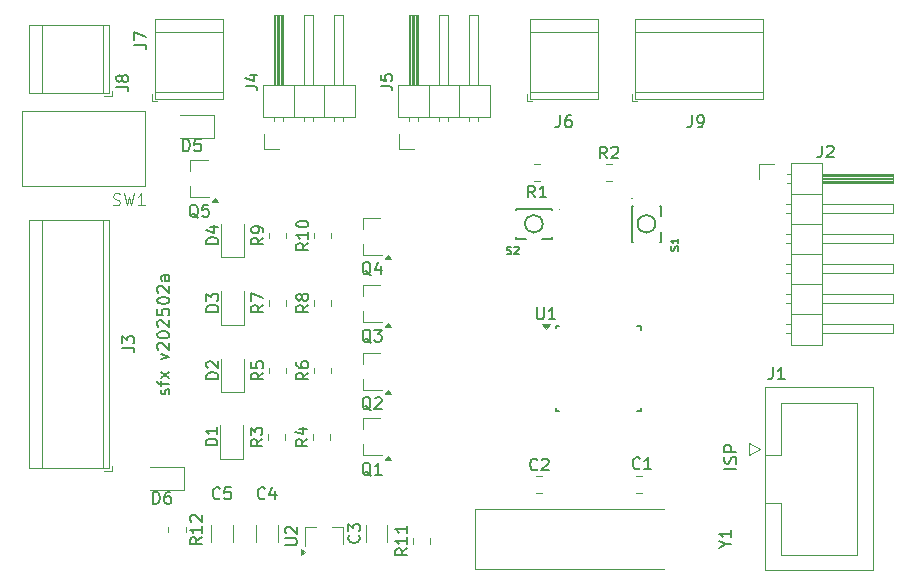
<source format=gto>
G04 #@! TF.GenerationSoftware,KiCad,Pcbnew,8.0.9-8.0.9-0~ubuntu22.04.1*
G04 #@! TF.CreationDate,2025-03-10T17:04:53-04:00*
G04 #@! TF.ProjectId,sfx-202502,7366782d-3230-4323-9530-322e6b696361,rev?*
G04 #@! TF.SameCoordinates,Original*
G04 #@! TF.FileFunction,Legend,Top*
G04 #@! TF.FilePolarity,Positive*
%FSLAX46Y46*%
G04 Gerber Fmt 4.6, Leading zero omitted, Abs format (unit mm)*
G04 Created by KiCad (PCBNEW 8.0.9-8.0.9-0~ubuntu22.04.1) date 2025-03-10 17:04:53*
%MOMM*%
%LPD*%
G01*
G04 APERTURE LIST*
%ADD10C,0.152400*%
%ADD11C,0.150000*%
%ADD12C,0.100000*%
%ADD13C,0.120000*%
%ADD14C,0.127000*%
%ADD15R,1.700000X1.700000*%
%ADD16O,1.700000X1.700000*%
%ADD17R,1.600000X0.550000*%
%ADD18R,0.550000X1.600000*%
%ADD19R,2.100000X2.100000*%
%ADD20C,2.100000*%
%ADD21C,3.500000*%
%ADD22R,7.875000X2.000000*%
%ADD23C,1.778000*%
%ADD24C,1.700000*%
G04 APERTURE END LIST*
D10*
X124660355Y-81113213D02*
X124708735Y-81016451D01*
X124708735Y-81016451D02*
X124708735Y-80822927D01*
X124708735Y-80822927D02*
X124660355Y-80726165D01*
X124660355Y-80726165D02*
X124563593Y-80677784D01*
X124563593Y-80677784D02*
X124515212Y-80677784D01*
X124515212Y-80677784D02*
X124418450Y-80726165D01*
X124418450Y-80726165D02*
X124370069Y-80822927D01*
X124370069Y-80822927D02*
X124370069Y-80968070D01*
X124370069Y-80968070D02*
X124321688Y-81064832D01*
X124321688Y-81064832D02*
X124224926Y-81113213D01*
X124224926Y-81113213D02*
X124176545Y-81113213D01*
X124176545Y-81113213D02*
X124079783Y-81064832D01*
X124079783Y-81064832D02*
X124031402Y-80968070D01*
X124031402Y-80968070D02*
X124031402Y-80822927D01*
X124031402Y-80822927D02*
X124079783Y-80726165D01*
X124031402Y-80387499D02*
X124031402Y-80000451D01*
X124708735Y-80242356D02*
X123837878Y-80242356D01*
X123837878Y-80242356D02*
X123741116Y-80193975D01*
X123741116Y-80193975D02*
X123692735Y-80097213D01*
X123692735Y-80097213D02*
X123692735Y-80000451D01*
X124708735Y-79758547D02*
X124031402Y-79226356D01*
X124031402Y-79758547D02*
X124708735Y-79226356D01*
X124031402Y-78161976D02*
X124708735Y-77920071D01*
X124708735Y-77920071D02*
X124031402Y-77678166D01*
X123789497Y-77339500D02*
X123741116Y-77291119D01*
X123741116Y-77291119D02*
X123692735Y-77194357D01*
X123692735Y-77194357D02*
X123692735Y-76952452D01*
X123692735Y-76952452D02*
X123741116Y-76855690D01*
X123741116Y-76855690D02*
X123789497Y-76807309D01*
X123789497Y-76807309D02*
X123886259Y-76758928D01*
X123886259Y-76758928D02*
X123983021Y-76758928D01*
X123983021Y-76758928D02*
X124128164Y-76807309D01*
X124128164Y-76807309D02*
X124708735Y-77387881D01*
X124708735Y-77387881D02*
X124708735Y-76758928D01*
X123692735Y-76129976D02*
X123692735Y-76033214D01*
X123692735Y-76033214D02*
X123741116Y-75936452D01*
X123741116Y-75936452D02*
X123789497Y-75888071D01*
X123789497Y-75888071D02*
X123886259Y-75839690D01*
X123886259Y-75839690D02*
X124079783Y-75791309D01*
X124079783Y-75791309D02*
X124321688Y-75791309D01*
X124321688Y-75791309D02*
X124515212Y-75839690D01*
X124515212Y-75839690D02*
X124611974Y-75888071D01*
X124611974Y-75888071D02*
X124660355Y-75936452D01*
X124660355Y-75936452D02*
X124708735Y-76033214D01*
X124708735Y-76033214D02*
X124708735Y-76129976D01*
X124708735Y-76129976D02*
X124660355Y-76226738D01*
X124660355Y-76226738D02*
X124611974Y-76275119D01*
X124611974Y-76275119D02*
X124515212Y-76323500D01*
X124515212Y-76323500D02*
X124321688Y-76371881D01*
X124321688Y-76371881D02*
X124079783Y-76371881D01*
X124079783Y-76371881D02*
X123886259Y-76323500D01*
X123886259Y-76323500D02*
X123789497Y-76275119D01*
X123789497Y-76275119D02*
X123741116Y-76226738D01*
X123741116Y-76226738D02*
X123692735Y-76129976D01*
X123789497Y-75404262D02*
X123741116Y-75355881D01*
X123741116Y-75355881D02*
X123692735Y-75259119D01*
X123692735Y-75259119D02*
X123692735Y-75017214D01*
X123692735Y-75017214D02*
X123741116Y-74920452D01*
X123741116Y-74920452D02*
X123789497Y-74872071D01*
X123789497Y-74872071D02*
X123886259Y-74823690D01*
X123886259Y-74823690D02*
X123983021Y-74823690D01*
X123983021Y-74823690D02*
X124128164Y-74872071D01*
X124128164Y-74872071D02*
X124708735Y-75452643D01*
X124708735Y-75452643D02*
X124708735Y-74823690D01*
X123692735Y-73904452D02*
X123692735Y-74388262D01*
X123692735Y-74388262D02*
X124176545Y-74436643D01*
X124176545Y-74436643D02*
X124128164Y-74388262D01*
X124128164Y-74388262D02*
X124079783Y-74291500D01*
X124079783Y-74291500D02*
X124079783Y-74049595D01*
X124079783Y-74049595D02*
X124128164Y-73952833D01*
X124128164Y-73952833D02*
X124176545Y-73904452D01*
X124176545Y-73904452D02*
X124273307Y-73856071D01*
X124273307Y-73856071D02*
X124515212Y-73856071D01*
X124515212Y-73856071D02*
X124611974Y-73904452D01*
X124611974Y-73904452D02*
X124660355Y-73952833D01*
X124660355Y-73952833D02*
X124708735Y-74049595D01*
X124708735Y-74049595D02*
X124708735Y-74291500D01*
X124708735Y-74291500D02*
X124660355Y-74388262D01*
X124660355Y-74388262D02*
X124611974Y-74436643D01*
X123692735Y-73227119D02*
X123692735Y-73130357D01*
X123692735Y-73130357D02*
X123741116Y-73033595D01*
X123741116Y-73033595D02*
X123789497Y-72985214D01*
X123789497Y-72985214D02*
X123886259Y-72936833D01*
X123886259Y-72936833D02*
X124079783Y-72888452D01*
X124079783Y-72888452D02*
X124321688Y-72888452D01*
X124321688Y-72888452D02*
X124515212Y-72936833D01*
X124515212Y-72936833D02*
X124611974Y-72985214D01*
X124611974Y-72985214D02*
X124660355Y-73033595D01*
X124660355Y-73033595D02*
X124708735Y-73130357D01*
X124708735Y-73130357D02*
X124708735Y-73227119D01*
X124708735Y-73227119D02*
X124660355Y-73323881D01*
X124660355Y-73323881D02*
X124611974Y-73372262D01*
X124611974Y-73372262D02*
X124515212Y-73420643D01*
X124515212Y-73420643D02*
X124321688Y-73469024D01*
X124321688Y-73469024D02*
X124079783Y-73469024D01*
X124079783Y-73469024D02*
X123886259Y-73420643D01*
X123886259Y-73420643D02*
X123789497Y-73372262D01*
X123789497Y-73372262D02*
X123741116Y-73323881D01*
X123741116Y-73323881D02*
X123692735Y-73227119D01*
X123789497Y-72501405D02*
X123741116Y-72453024D01*
X123741116Y-72453024D02*
X123692735Y-72356262D01*
X123692735Y-72356262D02*
X123692735Y-72114357D01*
X123692735Y-72114357D02*
X123741116Y-72017595D01*
X123741116Y-72017595D02*
X123789497Y-71969214D01*
X123789497Y-71969214D02*
X123886259Y-71920833D01*
X123886259Y-71920833D02*
X123983021Y-71920833D01*
X123983021Y-71920833D02*
X124128164Y-71969214D01*
X124128164Y-71969214D02*
X124708735Y-72549786D01*
X124708735Y-72549786D02*
X124708735Y-71920833D01*
X124708735Y-71049976D02*
X124176545Y-71049976D01*
X124176545Y-71049976D02*
X124079783Y-71098357D01*
X124079783Y-71098357D02*
X124031402Y-71195119D01*
X124031402Y-71195119D02*
X124031402Y-71388643D01*
X124031402Y-71388643D02*
X124079783Y-71485405D01*
X124660355Y-71049976D02*
X124708735Y-71146738D01*
X124708735Y-71146738D02*
X124708735Y-71388643D01*
X124708735Y-71388643D02*
X124660355Y-71485405D01*
X124660355Y-71485405D02*
X124563593Y-71533786D01*
X124563593Y-71533786D02*
X124466831Y-71533786D01*
X124466831Y-71533786D02*
X124370069Y-71485405D01*
X124370069Y-71485405D02*
X124321688Y-71388643D01*
X124321688Y-71388643D02*
X124321688Y-71146738D01*
X124321688Y-71146738D02*
X124273307Y-71049976D01*
X172714735Y-87414832D02*
X171698735Y-87414832D01*
X172666355Y-86979403D02*
X172714735Y-86834260D01*
X172714735Y-86834260D02*
X172714735Y-86592355D01*
X172714735Y-86592355D02*
X172666355Y-86495593D01*
X172666355Y-86495593D02*
X172617974Y-86447212D01*
X172617974Y-86447212D02*
X172521212Y-86398831D01*
X172521212Y-86398831D02*
X172424450Y-86398831D01*
X172424450Y-86398831D02*
X172327688Y-86447212D01*
X172327688Y-86447212D02*
X172279307Y-86495593D01*
X172279307Y-86495593D02*
X172230926Y-86592355D01*
X172230926Y-86592355D02*
X172182545Y-86785879D01*
X172182545Y-86785879D02*
X172134164Y-86882641D01*
X172134164Y-86882641D02*
X172085783Y-86931022D01*
X172085783Y-86931022D02*
X171989021Y-86979403D01*
X171989021Y-86979403D02*
X171892259Y-86979403D01*
X171892259Y-86979403D02*
X171795497Y-86931022D01*
X171795497Y-86931022D02*
X171747116Y-86882641D01*
X171747116Y-86882641D02*
X171698735Y-86785879D01*
X171698735Y-86785879D02*
X171698735Y-86543974D01*
X171698735Y-86543974D02*
X171747116Y-86398831D01*
X172714735Y-85963403D02*
X171698735Y-85963403D01*
X171698735Y-85963403D02*
X171698735Y-85576355D01*
X171698735Y-85576355D02*
X171747116Y-85479593D01*
X171747116Y-85479593D02*
X171795497Y-85431212D01*
X171795497Y-85431212D02*
X171892259Y-85382831D01*
X171892259Y-85382831D02*
X172037402Y-85382831D01*
X172037402Y-85382831D02*
X172134164Y-85431212D01*
X172134164Y-85431212D02*
X172182545Y-85479593D01*
X172182545Y-85479593D02*
X172230926Y-85576355D01*
X172230926Y-85576355D02*
X172230926Y-85963403D01*
D11*
X127453819Y-93225857D02*
X126977628Y-93559190D01*
X127453819Y-93797285D02*
X126453819Y-93797285D01*
X126453819Y-93797285D02*
X126453819Y-93416333D01*
X126453819Y-93416333D02*
X126501438Y-93321095D01*
X126501438Y-93321095D02*
X126549057Y-93273476D01*
X126549057Y-93273476D02*
X126644295Y-93225857D01*
X126644295Y-93225857D02*
X126787152Y-93225857D01*
X126787152Y-93225857D02*
X126882390Y-93273476D01*
X126882390Y-93273476D02*
X126930009Y-93321095D01*
X126930009Y-93321095D02*
X126977628Y-93416333D01*
X126977628Y-93416333D02*
X126977628Y-93797285D01*
X127453819Y-92273476D02*
X127453819Y-92844904D01*
X127453819Y-92559190D02*
X126453819Y-92559190D01*
X126453819Y-92559190D02*
X126596676Y-92654428D01*
X126596676Y-92654428D02*
X126691914Y-92749666D01*
X126691914Y-92749666D02*
X126739533Y-92844904D01*
X126549057Y-91892523D02*
X126501438Y-91844904D01*
X126501438Y-91844904D02*
X126453819Y-91749666D01*
X126453819Y-91749666D02*
X126453819Y-91511571D01*
X126453819Y-91511571D02*
X126501438Y-91416333D01*
X126501438Y-91416333D02*
X126549057Y-91368714D01*
X126549057Y-91368714D02*
X126644295Y-91321095D01*
X126644295Y-91321095D02*
X126739533Y-91321095D01*
X126739533Y-91321095D02*
X126882390Y-91368714D01*
X126882390Y-91368714D02*
X127453819Y-91940142D01*
X127453819Y-91940142D02*
X127453819Y-91321095D01*
X164552333Y-87354580D02*
X164504714Y-87402200D01*
X164504714Y-87402200D02*
X164361857Y-87449819D01*
X164361857Y-87449819D02*
X164266619Y-87449819D01*
X164266619Y-87449819D02*
X164123762Y-87402200D01*
X164123762Y-87402200D02*
X164028524Y-87306961D01*
X164028524Y-87306961D02*
X163980905Y-87211723D01*
X163980905Y-87211723D02*
X163933286Y-87021247D01*
X163933286Y-87021247D02*
X163933286Y-86878390D01*
X163933286Y-86878390D02*
X163980905Y-86687914D01*
X163980905Y-86687914D02*
X164028524Y-86592676D01*
X164028524Y-86592676D02*
X164123762Y-86497438D01*
X164123762Y-86497438D02*
X164266619Y-86449819D01*
X164266619Y-86449819D02*
X164361857Y-86449819D01*
X164361857Y-86449819D02*
X164504714Y-86497438D01*
X164504714Y-86497438D02*
X164552333Y-86545057D01*
X165504714Y-87449819D02*
X164933286Y-87449819D01*
X165219000Y-87449819D02*
X165219000Y-86449819D01*
X165219000Y-86449819D02*
X165123762Y-86592676D01*
X165123762Y-86592676D02*
X165028524Y-86687914D01*
X165028524Y-86687914D02*
X164933286Y-86735533D01*
X128852819Y-79818094D02*
X127852819Y-79818094D01*
X127852819Y-79818094D02*
X127852819Y-79579999D01*
X127852819Y-79579999D02*
X127900438Y-79437142D01*
X127900438Y-79437142D02*
X127995676Y-79341904D01*
X127995676Y-79341904D02*
X128090914Y-79294285D01*
X128090914Y-79294285D02*
X128281390Y-79246666D01*
X128281390Y-79246666D02*
X128424247Y-79246666D01*
X128424247Y-79246666D02*
X128614723Y-79294285D01*
X128614723Y-79294285D02*
X128709961Y-79341904D01*
X128709961Y-79341904D02*
X128805200Y-79437142D01*
X128805200Y-79437142D02*
X128852819Y-79579999D01*
X128852819Y-79579999D02*
X128852819Y-79818094D01*
X127948057Y-78865713D02*
X127900438Y-78818094D01*
X127900438Y-78818094D02*
X127852819Y-78722856D01*
X127852819Y-78722856D02*
X127852819Y-78484761D01*
X127852819Y-78484761D02*
X127900438Y-78389523D01*
X127900438Y-78389523D02*
X127948057Y-78341904D01*
X127948057Y-78341904D02*
X128043295Y-78294285D01*
X128043295Y-78294285D02*
X128138533Y-78294285D01*
X128138533Y-78294285D02*
X128281390Y-78341904D01*
X128281390Y-78341904D02*
X128852819Y-78913332D01*
X128852819Y-78913332D02*
X128852819Y-78294285D01*
X179946666Y-60049819D02*
X179946666Y-60764104D01*
X179946666Y-60764104D02*
X179899047Y-60906961D01*
X179899047Y-60906961D02*
X179803809Y-61002200D01*
X179803809Y-61002200D02*
X179660952Y-61049819D01*
X179660952Y-61049819D02*
X179565714Y-61049819D01*
X180375238Y-60145057D02*
X180422857Y-60097438D01*
X180422857Y-60097438D02*
X180518095Y-60049819D01*
X180518095Y-60049819D02*
X180756190Y-60049819D01*
X180756190Y-60049819D02*
X180851428Y-60097438D01*
X180851428Y-60097438D02*
X180899047Y-60145057D01*
X180899047Y-60145057D02*
X180946666Y-60240295D01*
X180946666Y-60240295D02*
X180946666Y-60335533D01*
X180946666Y-60335533D02*
X180899047Y-60478390D01*
X180899047Y-60478390D02*
X180327619Y-61049819D01*
X180327619Y-61049819D02*
X180946666Y-61049819D01*
X141787761Y-88009057D02*
X141692523Y-87961438D01*
X141692523Y-87961438D02*
X141597285Y-87866200D01*
X141597285Y-87866200D02*
X141454428Y-87723342D01*
X141454428Y-87723342D02*
X141359190Y-87675723D01*
X141359190Y-87675723D02*
X141263952Y-87675723D01*
X141311571Y-87913819D02*
X141216333Y-87866200D01*
X141216333Y-87866200D02*
X141121095Y-87770961D01*
X141121095Y-87770961D02*
X141073476Y-87580485D01*
X141073476Y-87580485D02*
X141073476Y-87247152D01*
X141073476Y-87247152D02*
X141121095Y-87056676D01*
X141121095Y-87056676D02*
X141216333Y-86961438D01*
X141216333Y-86961438D02*
X141311571Y-86913819D01*
X141311571Y-86913819D02*
X141502047Y-86913819D01*
X141502047Y-86913819D02*
X141597285Y-86961438D01*
X141597285Y-86961438D02*
X141692523Y-87056676D01*
X141692523Y-87056676D02*
X141740142Y-87247152D01*
X141740142Y-87247152D02*
X141740142Y-87580485D01*
X141740142Y-87580485D02*
X141692523Y-87770961D01*
X141692523Y-87770961D02*
X141597285Y-87866200D01*
X141597285Y-87866200D02*
X141502047Y-87913819D01*
X141502047Y-87913819D02*
X141311571Y-87913819D01*
X142692523Y-87913819D02*
X142121095Y-87913819D01*
X142406809Y-87913819D02*
X142406809Y-86913819D01*
X142406809Y-86913819D02*
X142311571Y-87056676D01*
X142311571Y-87056676D02*
X142216333Y-87151914D01*
X142216333Y-87151914D02*
X142121095Y-87199533D01*
X155863333Y-87452580D02*
X155815714Y-87500200D01*
X155815714Y-87500200D02*
X155672857Y-87547819D01*
X155672857Y-87547819D02*
X155577619Y-87547819D01*
X155577619Y-87547819D02*
X155434762Y-87500200D01*
X155434762Y-87500200D02*
X155339524Y-87404961D01*
X155339524Y-87404961D02*
X155291905Y-87309723D01*
X155291905Y-87309723D02*
X155244286Y-87119247D01*
X155244286Y-87119247D02*
X155244286Y-86976390D01*
X155244286Y-86976390D02*
X155291905Y-86785914D01*
X155291905Y-86785914D02*
X155339524Y-86690676D01*
X155339524Y-86690676D02*
X155434762Y-86595438D01*
X155434762Y-86595438D02*
X155577619Y-86547819D01*
X155577619Y-86547819D02*
X155672857Y-86547819D01*
X155672857Y-86547819D02*
X155815714Y-86595438D01*
X155815714Y-86595438D02*
X155863333Y-86643057D01*
X156244286Y-86643057D02*
X156291905Y-86595438D01*
X156291905Y-86595438D02*
X156387143Y-86547819D01*
X156387143Y-86547819D02*
X156625238Y-86547819D01*
X156625238Y-86547819D02*
X156720476Y-86595438D01*
X156720476Y-86595438D02*
X156768095Y-86643057D01*
X156768095Y-86643057D02*
X156815714Y-86738295D01*
X156815714Y-86738295D02*
X156815714Y-86833533D01*
X156815714Y-86833533D02*
X156768095Y-86976390D01*
X156768095Y-86976390D02*
X156196667Y-87547819D01*
X156196667Y-87547819D02*
X156815714Y-87547819D01*
X131169819Y-55003333D02*
X131884104Y-55003333D01*
X131884104Y-55003333D02*
X132026961Y-55050952D01*
X132026961Y-55050952D02*
X132122200Y-55146190D01*
X132122200Y-55146190D02*
X132169819Y-55289047D01*
X132169819Y-55289047D02*
X132169819Y-55384285D01*
X131503152Y-54098571D02*
X132169819Y-54098571D01*
X131122200Y-54336666D02*
X131836485Y-54574761D01*
X131836485Y-54574761D02*
X131836485Y-53955714D01*
X161758333Y-61139819D02*
X161425000Y-60663628D01*
X161186905Y-61139819D02*
X161186905Y-60139819D01*
X161186905Y-60139819D02*
X161567857Y-60139819D01*
X161567857Y-60139819D02*
X161663095Y-60187438D01*
X161663095Y-60187438D02*
X161710714Y-60235057D01*
X161710714Y-60235057D02*
X161758333Y-60330295D01*
X161758333Y-60330295D02*
X161758333Y-60473152D01*
X161758333Y-60473152D02*
X161710714Y-60568390D01*
X161710714Y-60568390D02*
X161663095Y-60616009D01*
X161663095Y-60616009D02*
X161567857Y-60663628D01*
X161567857Y-60663628D02*
X161186905Y-60663628D01*
X162139286Y-60235057D02*
X162186905Y-60187438D01*
X162186905Y-60187438D02*
X162282143Y-60139819D01*
X162282143Y-60139819D02*
X162520238Y-60139819D01*
X162520238Y-60139819D02*
X162615476Y-60187438D01*
X162615476Y-60187438D02*
X162663095Y-60235057D01*
X162663095Y-60235057D02*
X162710714Y-60330295D01*
X162710714Y-60330295D02*
X162710714Y-60425533D01*
X162710714Y-60425533D02*
X162663095Y-60568390D01*
X162663095Y-60568390D02*
X162091667Y-61139819D01*
X162091667Y-61139819D02*
X162710714Y-61139819D01*
X132662819Y-67841666D02*
X132186628Y-68174999D01*
X132662819Y-68413094D02*
X131662819Y-68413094D01*
X131662819Y-68413094D02*
X131662819Y-68032142D01*
X131662819Y-68032142D02*
X131710438Y-67936904D01*
X131710438Y-67936904D02*
X131758057Y-67889285D01*
X131758057Y-67889285D02*
X131853295Y-67841666D01*
X131853295Y-67841666D02*
X131996152Y-67841666D01*
X131996152Y-67841666D02*
X132091390Y-67889285D01*
X132091390Y-67889285D02*
X132139009Y-67936904D01*
X132139009Y-67936904D02*
X132186628Y-68032142D01*
X132186628Y-68032142D02*
X132186628Y-68413094D01*
X132662819Y-67365475D02*
X132662819Y-67174999D01*
X132662819Y-67174999D02*
X132615200Y-67079761D01*
X132615200Y-67079761D02*
X132567580Y-67032142D01*
X132567580Y-67032142D02*
X132424723Y-66936904D01*
X132424723Y-66936904D02*
X132234247Y-66889285D01*
X132234247Y-66889285D02*
X131853295Y-66889285D01*
X131853295Y-66889285D02*
X131758057Y-66936904D01*
X131758057Y-66936904D02*
X131710438Y-66984523D01*
X131710438Y-66984523D02*
X131662819Y-67079761D01*
X131662819Y-67079761D02*
X131662819Y-67270237D01*
X131662819Y-67270237D02*
X131710438Y-67365475D01*
X131710438Y-67365475D02*
X131758057Y-67413094D01*
X131758057Y-67413094D02*
X131853295Y-67460713D01*
X131853295Y-67460713D02*
X132091390Y-67460713D01*
X132091390Y-67460713D02*
X132186628Y-67413094D01*
X132186628Y-67413094D02*
X132234247Y-67365475D01*
X132234247Y-67365475D02*
X132281866Y-67270237D01*
X132281866Y-67270237D02*
X132281866Y-67079761D01*
X132281866Y-67079761D02*
X132234247Y-66984523D01*
X132234247Y-66984523D02*
X132186628Y-66936904D01*
X132186628Y-66936904D02*
X132091390Y-66889285D01*
X136472819Y-79271666D02*
X135996628Y-79604999D01*
X136472819Y-79843094D02*
X135472819Y-79843094D01*
X135472819Y-79843094D02*
X135472819Y-79462142D01*
X135472819Y-79462142D02*
X135520438Y-79366904D01*
X135520438Y-79366904D02*
X135568057Y-79319285D01*
X135568057Y-79319285D02*
X135663295Y-79271666D01*
X135663295Y-79271666D02*
X135806152Y-79271666D01*
X135806152Y-79271666D02*
X135901390Y-79319285D01*
X135901390Y-79319285D02*
X135949009Y-79366904D01*
X135949009Y-79366904D02*
X135996628Y-79462142D01*
X135996628Y-79462142D02*
X135996628Y-79843094D01*
X135472819Y-78414523D02*
X135472819Y-78604999D01*
X135472819Y-78604999D02*
X135520438Y-78700237D01*
X135520438Y-78700237D02*
X135568057Y-78747856D01*
X135568057Y-78747856D02*
X135710914Y-78843094D01*
X135710914Y-78843094D02*
X135901390Y-78890713D01*
X135901390Y-78890713D02*
X136282342Y-78890713D01*
X136282342Y-78890713D02*
X136377580Y-78843094D01*
X136377580Y-78843094D02*
X136425200Y-78795475D01*
X136425200Y-78795475D02*
X136472819Y-78700237D01*
X136472819Y-78700237D02*
X136472819Y-78509761D01*
X136472819Y-78509761D02*
X136425200Y-78414523D01*
X136425200Y-78414523D02*
X136377580Y-78366904D01*
X136377580Y-78366904D02*
X136282342Y-78319285D01*
X136282342Y-78319285D02*
X136044247Y-78319285D01*
X136044247Y-78319285D02*
X135949009Y-78366904D01*
X135949009Y-78366904D02*
X135901390Y-78414523D01*
X135901390Y-78414523D02*
X135853771Y-78509761D01*
X135853771Y-78509761D02*
X135853771Y-78700237D01*
X135853771Y-78700237D02*
X135901390Y-78795475D01*
X135901390Y-78795475D02*
X135949009Y-78843094D01*
X135949009Y-78843094D02*
X136044247Y-78890713D01*
X141787761Y-82455057D02*
X141692523Y-82407438D01*
X141692523Y-82407438D02*
X141597285Y-82312200D01*
X141597285Y-82312200D02*
X141454428Y-82169342D01*
X141454428Y-82169342D02*
X141359190Y-82121723D01*
X141359190Y-82121723D02*
X141263952Y-82121723D01*
X141311571Y-82359819D02*
X141216333Y-82312200D01*
X141216333Y-82312200D02*
X141121095Y-82216961D01*
X141121095Y-82216961D02*
X141073476Y-82026485D01*
X141073476Y-82026485D02*
X141073476Y-81693152D01*
X141073476Y-81693152D02*
X141121095Y-81502676D01*
X141121095Y-81502676D02*
X141216333Y-81407438D01*
X141216333Y-81407438D02*
X141311571Y-81359819D01*
X141311571Y-81359819D02*
X141502047Y-81359819D01*
X141502047Y-81359819D02*
X141597285Y-81407438D01*
X141597285Y-81407438D02*
X141692523Y-81502676D01*
X141692523Y-81502676D02*
X141740142Y-81693152D01*
X141740142Y-81693152D02*
X141740142Y-82026485D01*
X141740142Y-82026485D02*
X141692523Y-82216961D01*
X141692523Y-82216961D02*
X141597285Y-82312200D01*
X141597285Y-82312200D02*
X141502047Y-82359819D01*
X141502047Y-82359819D02*
X141311571Y-82359819D01*
X142121095Y-81455057D02*
X142168714Y-81407438D01*
X142168714Y-81407438D02*
X142263952Y-81359819D01*
X142263952Y-81359819D02*
X142502047Y-81359819D01*
X142502047Y-81359819D02*
X142597285Y-81407438D01*
X142597285Y-81407438D02*
X142644904Y-81455057D01*
X142644904Y-81455057D02*
X142692523Y-81550295D01*
X142692523Y-81550295D02*
X142692523Y-81645533D01*
X142692523Y-81645533D02*
X142644904Y-81788390D01*
X142644904Y-81788390D02*
X142073476Y-82359819D01*
X142073476Y-82359819D02*
X142692523Y-82359819D01*
X128773819Y-85438094D02*
X127773819Y-85438094D01*
X127773819Y-85438094D02*
X127773819Y-85199999D01*
X127773819Y-85199999D02*
X127821438Y-85057142D01*
X127821438Y-85057142D02*
X127916676Y-84961904D01*
X127916676Y-84961904D02*
X128011914Y-84914285D01*
X128011914Y-84914285D02*
X128202390Y-84866666D01*
X128202390Y-84866666D02*
X128345247Y-84866666D01*
X128345247Y-84866666D02*
X128535723Y-84914285D01*
X128535723Y-84914285D02*
X128630961Y-84961904D01*
X128630961Y-84961904D02*
X128726200Y-85057142D01*
X128726200Y-85057142D02*
X128773819Y-85199999D01*
X128773819Y-85199999D02*
X128773819Y-85438094D01*
X128773819Y-83914285D02*
X128773819Y-84485713D01*
X128773819Y-84199999D02*
X127773819Y-84199999D01*
X127773819Y-84199999D02*
X127916676Y-84295237D01*
X127916676Y-84295237D02*
X128011914Y-84390475D01*
X128011914Y-84390475D02*
X128059533Y-84485713D01*
X141787761Y-76740057D02*
X141692523Y-76692438D01*
X141692523Y-76692438D02*
X141597285Y-76597200D01*
X141597285Y-76597200D02*
X141454428Y-76454342D01*
X141454428Y-76454342D02*
X141359190Y-76406723D01*
X141359190Y-76406723D02*
X141263952Y-76406723D01*
X141311571Y-76644819D02*
X141216333Y-76597200D01*
X141216333Y-76597200D02*
X141121095Y-76501961D01*
X141121095Y-76501961D02*
X141073476Y-76311485D01*
X141073476Y-76311485D02*
X141073476Y-75978152D01*
X141073476Y-75978152D02*
X141121095Y-75787676D01*
X141121095Y-75787676D02*
X141216333Y-75692438D01*
X141216333Y-75692438D02*
X141311571Y-75644819D01*
X141311571Y-75644819D02*
X141502047Y-75644819D01*
X141502047Y-75644819D02*
X141597285Y-75692438D01*
X141597285Y-75692438D02*
X141692523Y-75787676D01*
X141692523Y-75787676D02*
X141740142Y-75978152D01*
X141740142Y-75978152D02*
X141740142Y-76311485D01*
X141740142Y-76311485D02*
X141692523Y-76501961D01*
X141692523Y-76501961D02*
X141597285Y-76597200D01*
X141597285Y-76597200D02*
X141502047Y-76644819D01*
X141502047Y-76644819D02*
X141311571Y-76644819D01*
X142073476Y-75644819D02*
X142692523Y-75644819D01*
X142692523Y-75644819D02*
X142359190Y-76025771D01*
X142359190Y-76025771D02*
X142502047Y-76025771D01*
X142502047Y-76025771D02*
X142597285Y-76073390D01*
X142597285Y-76073390D02*
X142644904Y-76121009D01*
X142644904Y-76121009D02*
X142692523Y-76216247D01*
X142692523Y-76216247D02*
X142692523Y-76454342D01*
X142692523Y-76454342D02*
X142644904Y-76549580D01*
X142644904Y-76549580D02*
X142597285Y-76597200D01*
X142597285Y-76597200D02*
X142502047Y-76644819D01*
X142502047Y-76644819D02*
X142216333Y-76644819D01*
X142216333Y-76644819D02*
X142121095Y-76597200D01*
X142121095Y-76597200D02*
X142073476Y-76549580D01*
X132583819Y-84891666D02*
X132107628Y-85224999D01*
X132583819Y-85463094D02*
X131583819Y-85463094D01*
X131583819Y-85463094D02*
X131583819Y-85082142D01*
X131583819Y-85082142D02*
X131631438Y-84986904D01*
X131631438Y-84986904D02*
X131679057Y-84939285D01*
X131679057Y-84939285D02*
X131774295Y-84891666D01*
X131774295Y-84891666D02*
X131917152Y-84891666D01*
X131917152Y-84891666D02*
X132012390Y-84939285D01*
X132012390Y-84939285D02*
X132060009Y-84986904D01*
X132060009Y-84986904D02*
X132107628Y-85082142D01*
X132107628Y-85082142D02*
X132107628Y-85463094D01*
X131583819Y-84558332D02*
X131583819Y-83939285D01*
X131583819Y-83939285D02*
X131964771Y-84272618D01*
X131964771Y-84272618D02*
X131964771Y-84129761D01*
X131964771Y-84129761D02*
X132012390Y-84034523D01*
X132012390Y-84034523D02*
X132060009Y-83986904D01*
X132060009Y-83986904D02*
X132155247Y-83939285D01*
X132155247Y-83939285D02*
X132393342Y-83939285D01*
X132393342Y-83939285D02*
X132488580Y-83986904D01*
X132488580Y-83986904D02*
X132536200Y-84034523D01*
X132536200Y-84034523D02*
X132583819Y-84129761D01*
X132583819Y-84129761D02*
X132583819Y-84415475D01*
X132583819Y-84415475D02*
X132536200Y-84510713D01*
X132536200Y-84510713D02*
X132488580Y-84558332D01*
X128992333Y-89894580D02*
X128944714Y-89942200D01*
X128944714Y-89942200D02*
X128801857Y-89989819D01*
X128801857Y-89989819D02*
X128706619Y-89989819D01*
X128706619Y-89989819D02*
X128563762Y-89942200D01*
X128563762Y-89942200D02*
X128468524Y-89846961D01*
X128468524Y-89846961D02*
X128420905Y-89751723D01*
X128420905Y-89751723D02*
X128373286Y-89561247D01*
X128373286Y-89561247D02*
X128373286Y-89418390D01*
X128373286Y-89418390D02*
X128420905Y-89227914D01*
X128420905Y-89227914D02*
X128468524Y-89132676D01*
X128468524Y-89132676D02*
X128563762Y-89037438D01*
X128563762Y-89037438D02*
X128706619Y-88989819D01*
X128706619Y-88989819D02*
X128801857Y-88989819D01*
X128801857Y-88989819D02*
X128944714Y-89037438D01*
X128944714Y-89037438D02*
X128992333Y-89085057D01*
X129897095Y-88989819D02*
X129420905Y-88989819D01*
X129420905Y-88989819D02*
X129373286Y-89466009D01*
X129373286Y-89466009D02*
X129420905Y-89418390D01*
X129420905Y-89418390D02*
X129516143Y-89370771D01*
X129516143Y-89370771D02*
X129754238Y-89370771D01*
X129754238Y-89370771D02*
X129849476Y-89418390D01*
X129849476Y-89418390D02*
X129897095Y-89466009D01*
X129897095Y-89466009D02*
X129944714Y-89561247D01*
X129944714Y-89561247D02*
X129944714Y-89799342D01*
X129944714Y-89799342D02*
X129897095Y-89894580D01*
X129897095Y-89894580D02*
X129849476Y-89942200D01*
X129849476Y-89942200D02*
X129754238Y-89989819D01*
X129754238Y-89989819D02*
X129516143Y-89989819D01*
X129516143Y-89989819D02*
X129420905Y-89942200D01*
X129420905Y-89942200D02*
X129373286Y-89894580D01*
X141787761Y-71025057D02*
X141692523Y-70977438D01*
X141692523Y-70977438D02*
X141597285Y-70882200D01*
X141597285Y-70882200D02*
X141454428Y-70739342D01*
X141454428Y-70739342D02*
X141359190Y-70691723D01*
X141359190Y-70691723D02*
X141263952Y-70691723D01*
X141311571Y-70929819D02*
X141216333Y-70882200D01*
X141216333Y-70882200D02*
X141121095Y-70786961D01*
X141121095Y-70786961D02*
X141073476Y-70596485D01*
X141073476Y-70596485D02*
X141073476Y-70263152D01*
X141073476Y-70263152D02*
X141121095Y-70072676D01*
X141121095Y-70072676D02*
X141216333Y-69977438D01*
X141216333Y-69977438D02*
X141311571Y-69929819D01*
X141311571Y-69929819D02*
X141502047Y-69929819D01*
X141502047Y-69929819D02*
X141597285Y-69977438D01*
X141597285Y-69977438D02*
X141692523Y-70072676D01*
X141692523Y-70072676D02*
X141740142Y-70263152D01*
X141740142Y-70263152D02*
X141740142Y-70596485D01*
X141740142Y-70596485D02*
X141692523Y-70786961D01*
X141692523Y-70786961D02*
X141597285Y-70882200D01*
X141597285Y-70882200D02*
X141502047Y-70929819D01*
X141502047Y-70929819D02*
X141311571Y-70929819D01*
X142597285Y-70263152D02*
X142597285Y-70929819D01*
X142359190Y-69882200D02*
X142121095Y-70596485D01*
X142121095Y-70596485D02*
X142740142Y-70596485D01*
X155829095Y-73749819D02*
X155829095Y-74559342D01*
X155829095Y-74559342D02*
X155876714Y-74654580D01*
X155876714Y-74654580D02*
X155924333Y-74702200D01*
X155924333Y-74702200D02*
X156019571Y-74749819D01*
X156019571Y-74749819D02*
X156210047Y-74749819D01*
X156210047Y-74749819D02*
X156305285Y-74702200D01*
X156305285Y-74702200D02*
X156352904Y-74654580D01*
X156352904Y-74654580D02*
X156400523Y-74559342D01*
X156400523Y-74559342D02*
X156400523Y-73749819D01*
X157400523Y-74749819D02*
X156829095Y-74749819D01*
X157114809Y-74749819D02*
X157114809Y-73749819D01*
X157114809Y-73749819D02*
X157019571Y-73892676D01*
X157019571Y-73892676D02*
X156924333Y-73987914D01*
X156924333Y-73987914D02*
X156829095Y-74035533D01*
X134499819Y-93876904D02*
X135309342Y-93876904D01*
X135309342Y-93876904D02*
X135404580Y-93829285D01*
X135404580Y-93829285D02*
X135452200Y-93781666D01*
X135452200Y-93781666D02*
X135499819Y-93686428D01*
X135499819Y-93686428D02*
X135499819Y-93495952D01*
X135499819Y-93495952D02*
X135452200Y-93400714D01*
X135452200Y-93400714D02*
X135404580Y-93353095D01*
X135404580Y-93353095D02*
X135309342Y-93305476D01*
X135309342Y-93305476D02*
X134499819Y-93305476D01*
X134595057Y-92876904D02*
X134547438Y-92829285D01*
X134547438Y-92829285D02*
X134499819Y-92734047D01*
X134499819Y-92734047D02*
X134499819Y-92495952D01*
X134499819Y-92495952D02*
X134547438Y-92400714D01*
X134547438Y-92400714D02*
X134595057Y-92353095D01*
X134595057Y-92353095D02*
X134690295Y-92305476D01*
X134690295Y-92305476D02*
X134785533Y-92305476D01*
X134785533Y-92305476D02*
X134928390Y-92353095D01*
X134928390Y-92353095D02*
X135499819Y-92924523D01*
X135499819Y-92924523D02*
X135499819Y-92305476D01*
X136472819Y-73556666D02*
X135996628Y-73889999D01*
X136472819Y-74128094D02*
X135472819Y-74128094D01*
X135472819Y-74128094D02*
X135472819Y-73747142D01*
X135472819Y-73747142D02*
X135520438Y-73651904D01*
X135520438Y-73651904D02*
X135568057Y-73604285D01*
X135568057Y-73604285D02*
X135663295Y-73556666D01*
X135663295Y-73556666D02*
X135806152Y-73556666D01*
X135806152Y-73556666D02*
X135901390Y-73604285D01*
X135901390Y-73604285D02*
X135949009Y-73651904D01*
X135949009Y-73651904D02*
X135996628Y-73747142D01*
X135996628Y-73747142D02*
X135996628Y-74128094D01*
X135901390Y-72985237D02*
X135853771Y-73080475D01*
X135853771Y-73080475D02*
X135806152Y-73128094D01*
X135806152Y-73128094D02*
X135710914Y-73175713D01*
X135710914Y-73175713D02*
X135663295Y-73175713D01*
X135663295Y-73175713D02*
X135568057Y-73128094D01*
X135568057Y-73128094D02*
X135520438Y-73080475D01*
X135520438Y-73080475D02*
X135472819Y-72985237D01*
X135472819Y-72985237D02*
X135472819Y-72794761D01*
X135472819Y-72794761D02*
X135520438Y-72699523D01*
X135520438Y-72699523D02*
X135568057Y-72651904D01*
X135568057Y-72651904D02*
X135663295Y-72604285D01*
X135663295Y-72604285D02*
X135710914Y-72604285D01*
X135710914Y-72604285D02*
X135806152Y-72651904D01*
X135806152Y-72651904D02*
X135853771Y-72699523D01*
X135853771Y-72699523D02*
X135901390Y-72794761D01*
X135901390Y-72794761D02*
X135901390Y-72985237D01*
X135901390Y-72985237D02*
X135949009Y-73080475D01*
X135949009Y-73080475D02*
X135996628Y-73128094D01*
X135996628Y-73128094D02*
X136091866Y-73175713D01*
X136091866Y-73175713D02*
X136282342Y-73175713D01*
X136282342Y-73175713D02*
X136377580Y-73128094D01*
X136377580Y-73128094D02*
X136425200Y-73080475D01*
X136425200Y-73080475D02*
X136472819Y-72985237D01*
X136472819Y-72985237D02*
X136472819Y-72794761D01*
X136472819Y-72794761D02*
X136425200Y-72699523D01*
X136425200Y-72699523D02*
X136377580Y-72651904D01*
X136377580Y-72651904D02*
X136282342Y-72604285D01*
X136282342Y-72604285D02*
X136091866Y-72604285D01*
X136091866Y-72604285D02*
X135996628Y-72651904D01*
X135996628Y-72651904D02*
X135949009Y-72699523D01*
X135949009Y-72699523D02*
X135901390Y-72794761D01*
X153308554Y-69219251D02*
X153400138Y-69249778D01*
X153400138Y-69249778D02*
X153552777Y-69249778D01*
X153552777Y-69249778D02*
X153613833Y-69219251D01*
X153613833Y-69219251D02*
X153644360Y-69188723D01*
X153644360Y-69188723D02*
X153674888Y-69127667D01*
X153674888Y-69127667D02*
X153674888Y-69066611D01*
X153674888Y-69066611D02*
X153644360Y-69005556D01*
X153644360Y-69005556D02*
X153613833Y-68975028D01*
X153613833Y-68975028D02*
X153552777Y-68944500D01*
X153552777Y-68944500D02*
X153430665Y-68913972D01*
X153430665Y-68913972D02*
X153369610Y-68883444D01*
X153369610Y-68883444D02*
X153339082Y-68852916D01*
X153339082Y-68852916D02*
X153308554Y-68791861D01*
X153308554Y-68791861D02*
X153308554Y-68730805D01*
X153308554Y-68730805D02*
X153339082Y-68669749D01*
X153339082Y-68669749D02*
X153369610Y-68639221D01*
X153369610Y-68639221D02*
X153430665Y-68608693D01*
X153430665Y-68608693D02*
X153583305Y-68608693D01*
X153583305Y-68608693D02*
X153674888Y-68639221D01*
X153919111Y-68669749D02*
X153949639Y-68639221D01*
X153949639Y-68639221D02*
X154010695Y-68608693D01*
X154010695Y-68608693D02*
X154163334Y-68608693D01*
X154163334Y-68608693D02*
X154224390Y-68639221D01*
X154224390Y-68639221D02*
X154254917Y-68669749D01*
X154254917Y-68669749D02*
X154285445Y-68730805D01*
X154285445Y-68730805D02*
X154285445Y-68791861D01*
X154285445Y-68791861D02*
X154254917Y-68883444D01*
X154254917Y-68883444D02*
X153888583Y-69249778D01*
X153888583Y-69249778D02*
X154285445Y-69249778D01*
X136472819Y-68317857D02*
X135996628Y-68651190D01*
X136472819Y-68889285D02*
X135472819Y-68889285D01*
X135472819Y-68889285D02*
X135472819Y-68508333D01*
X135472819Y-68508333D02*
X135520438Y-68413095D01*
X135520438Y-68413095D02*
X135568057Y-68365476D01*
X135568057Y-68365476D02*
X135663295Y-68317857D01*
X135663295Y-68317857D02*
X135806152Y-68317857D01*
X135806152Y-68317857D02*
X135901390Y-68365476D01*
X135901390Y-68365476D02*
X135949009Y-68413095D01*
X135949009Y-68413095D02*
X135996628Y-68508333D01*
X135996628Y-68508333D02*
X135996628Y-68889285D01*
X136472819Y-67365476D02*
X136472819Y-67936904D01*
X136472819Y-67651190D02*
X135472819Y-67651190D01*
X135472819Y-67651190D02*
X135615676Y-67746428D01*
X135615676Y-67746428D02*
X135710914Y-67841666D01*
X135710914Y-67841666D02*
X135758533Y-67936904D01*
X135472819Y-66746428D02*
X135472819Y-66651190D01*
X135472819Y-66651190D02*
X135520438Y-66555952D01*
X135520438Y-66555952D02*
X135568057Y-66508333D01*
X135568057Y-66508333D02*
X135663295Y-66460714D01*
X135663295Y-66460714D02*
X135853771Y-66413095D01*
X135853771Y-66413095D02*
X136091866Y-66413095D01*
X136091866Y-66413095D02*
X136282342Y-66460714D01*
X136282342Y-66460714D02*
X136377580Y-66508333D01*
X136377580Y-66508333D02*
X136425200Y-66555952D01*
X136425200Y-66555952D02*
X136472819Y-66651190D01*
X136472819Y-66651190D02*
X136472819Y-66746428D01*
X136472819Y-66746428D02*
X136425200Y-66841666D01*
X136425200Y-66841666D02*
X136377580Y-66889285D01*
X136377580Y-66889285D02*
X136282342Y-66936904D01*
X136282342Y-66936904D02*
X136091866Y-66984523D01*
X136091866Y-66984523D02*
X135853771Y-66984523D01*
X135853771Y-66984523D02*
X135663295Y-66936904D01*
X135663295Y-66936904D02*
X135568057Y-66889285D01*
X135568057Y-66889285D02*
X135520438Y-66841666D01*
X135520438Y-66841666D02*
X135472819Y-66746428D01*
X142599819Y-55003333D02*
X143314104Y-55003333D01*
X143314104Y-55003333D02*
X143456961Y-55050952D01*
X143456961Y-55050952D02*
X143552200Y-55146190D01*
X143552200Y-55146190D02*
X143599819Y-55289047D01*
X143599819Y-55289047D02*
X143599819Y-55384285D01*
X142599819Y-54050952D02*
X142599819Y-54527142D01*
X142599819Y-54527142D02*
X143076009Y-54574761D01*
X143076009Y-54574761D02*
X143028390Y-54527142D01*
X143028390Y-54527142D02*
X142980771Y-54431904D01*
X142980771Y-54431904D02*
X142980771Y-54193809D01*
X142980771Y-54193809D02*
X143028390Y-54098571D01*
X143028390Y-54098571D02*
X143076009Y-54050952D01*
X143076009Y-54050952D02*
X143171247Y-54003333D01*
X143171247Y-54003333D02*
X143409342Y-54003333D01*
X143409342Y-54003333D02*
X143504580Y-54050952D01*
X143504580Y-54050952D02*
X143552200Y-54098571D01*
X143552200Y-54098571D02*
X143599819Y-54193809D01*
X143599819Y-54193809D02*
X143599819Y-54431904D01*
X143599819Y-54431904D02*
X143552200Y-54527142D01*
X143552200Y-54527142D02*
X143504580Y-54574761D01*
X132802333Y-89894580D02*
X132754714Y-89942200D01*
X132754714Y-89942200D02*
X132611857Y-89989819D01*
X132611857Y-89989819D02*
X132516619Y-89989819D01*
X132516619Y-89989819D02*
X132373762Y-89942200D01*
X132373762Y-89942200D02*
X132278524Y-89846961D01*
X132278524Y-89846961D02*
X132230905Y-89751723D01*
X132230905Y-89751723D02*
X132183286Y-89561247D01*
X132183286Y-89561247D02*
X132183286Y-89418390D01*
X132183286Y-89418390D02*
X132230905Y-89227914D01*
X132230905Y-89227914D02*
X132278524Y-89132676D01*
X132278524Y-89132676D02*
X132373762Y-89037438D01*
X132373762Y-89037438D02*
X132516619Y-88989819D01*
X132516619Y-88989819D02*
X132611857Y-88989819D01*
X132611857Y-88989819D02*
X132754714Y-89037438D01*
X132754714Y-89037438D02*
X132802333Y-89085057D01*
X133659476Y-89323152D02*
X133659476Y-89989819D01*
X133421381Y-88942200D02*
X133183286Y-89656485D01*
X133183286Y-89656485D02*
X133802333Y-89656485D01*
X140749580Y-93051666D02*
X140797200Y-93099285D01*
X140797200Y-93099285D02*
X140844819Y-93242142D01*
X140844819Y-93242142D02*
X140844819Y-93337380D01*
X140844819Y-93337380D02*
X140797200Y-93480237D01*
X140797200Y-93480237D02*
X140701961Y-93575475D01*
X140701961Y-93575475D02*
X140606723Y-93623094D01*
X140606723Y-93623094D02*
X140416247Y-93670713D01*
X140416247Y-93670713D02*
X140273390Y-93670713D01*
X140273390Y-93670713D02*
X140082914Y-93623094D01*
X140082914Y-93623094D02*
X139987676Y-93575475D01*
X139987676Y-93575475D02*
X139892438Y-93480237D01*
X139892438Y-93480237D02*
X139844819Y-93337380D01*
X139844819Y-93337380D02*
X139844819Y-93242142D01*
X139844819Y-93242142D02*
X139892438Y-93099285D01*
X139892438Y-93099285D02*
X139940057Y-93051666D01*
X139844819Y-92718332D02*
X139844819Y-92099285D01*
X139844819Y-92099285D02*
X140225771Y-92432618D01*
X140225771Y-92432618D02*
X140225771Y-92289761D01*
X140225771Y-92289761D02*
X140273390Y-92194523D01*
X140273390Y-92194523D02*
X140321009Y-92146904D01*
X140321009Y-92146904D02*
X140416247Y-92099285D01*
X140416247Y-92099285D02*
X140654342Y-92099285D01*
X140654342Y-92099285D02*
X140749580Y-92146904D01*
X140749580Y-92146904D02*
X140797200Y-92194523D01*
X140797200Y-92194523D02*
X140844819Y-92289761D01*
X140844819Y-92289761D02*
X140844819Y-92575475D01*
X140844819Y-92575475D02*
X140797200Y-92670713D01*
X140797200Y-92670713D02*
X140749580Y-92718332D01*
X120739819Y-77168333D02*
X121454104Y-77168333D01*
X121454104Y-77168333D02*
X121596961Y-77215952D01*
X121596961Y-77215952D02*
X121692200Y-77311190D01*
X121692200Y-77311190D02*
X121739819Y-77454047D01*
X121739819Y-77454047D02*
X121739819Y-77549285D01*
X120739819Y-76787380D02*
X120739819Y-76168333D01*
X120739819Y-76168333D02*
X121120771Y-76501666D01*
X121120771Y-76501666D02*
X121120771Y-76358809D01*
X121120771Y-76358809D02*
X121168390Y-76263571D01*
X121168390Y-76263571D02*
X121216009Y-76215952D01*
X121216009Y-76215952D02*
X121311247Y-76168333D01*
X121311247Y-76168333D02*
X121549342Y-76168333D01*
X121549342Y-76168333D02*
X121644580Y-76215952D01*
X121644580Y-76215952D02*
X121692200Y-76263571D01*
X121692200Y-76263571D02*
X121739819Y-76358809D01*
X121739819Y-76358809D02*
X121739819Y-76644523D01*
X121739819Y-76644523D02*
X121692200Y-76739761D01*
X121692200Y-76739761D02*
X121644580Y-76787380D01*
X128852819Y-74103094D02*
X127852819Y-74103094D01*
X127852819Y-74103094D02*
X127852819Y-73864999D01*
X127852819Y-73864999D02*
X127900438Y-73722142D01*
X127900438Y-73722142D02*
X127995676Y-73626904D01*
X127995676Y-73626904D02*
X128090914Y-73579285D01*
X128090914Y-73579285D02*
X128281390Y-73531666D01*
X128281390Y-73531666D02*
X128424247Y-73531666D01*
X128424247Y-73531666D02*
X128614723Y-73579285D01*
X128614723Y-73579285D02*
X128709961Y-73626904D01*
X128709961Y-73626904D02*
X128805200Y-73722142D01*
X128805200Y-73722142D02*
X128852819Y-73864999D01*
X128852819Y-73864999D02*
X128852819Y-74103094D01*
X127852819Y-73198332D02*
X127852819Y-72579285D01*
X127852819Y-72579285D02*
X128233771Y-72912618D01*
X128233771Y-72912618D02*
X128233771Y-72769761D01*
X128233771Y-72769761D02*
X128281390Y-72674523D01*
X128281390Y-72674523D02*
X128329009Y-72626904D01*
X128329009Y-72626904D02*
X128424247Y-72579285D01*
X128424247Y-72579285D02*
X128662342Y-72579285D01*
X128662342Y-72579285D02*
X128757580Y-72626904D01*
X128757580Y-72626904D02*
X128805200Y-72674523D01*
X128805200Y-72674523D02*
X128852819Y-72769761D01*
X128852819Y-72769761D02*
X128852819Y-73055475D01*
X128852819Y-73055475D02*
X128805200Y-73150713D01*
X128805200Y-73150713D02*
X128757580Y-73198332D01*
X123340905Y-90369819D02*
X123340905Y-89369819D01*
X123340905Y-89369819D02*
X123579000Y-89369819D01*
X123579000Y-89369819D02*
X123721857Y-89417438D01*
X123721857Y-89417438D02*
X123817095Y-89512676D01*
X123817095Y-89512676D02*
X123864714Y-89607914D01*
X123864714Y-89607914D02*
X123912333Y-89798390D01*
X123912333Y-89798390D02*
X123912333Y-89941247D01*
X123912333Y-89941247D02*
X123864714Y-90131723D01*
X123864714Y-90131723D02*
X123817095Y-90226961D01*
X123817095Y-90226961D02*
X123721857Y-90322200D01*
X123721857Y-90322200D02*
X123579000Y-90369819D01*
X123579000Y-90369819D02*
X123340905Y-90369819D01*
X124769476Y-89369819D02*
X124579000Y-89369819D01*
X124579000Y-89369819D02*
X124483762Y-89417438D01*
X124483762Y-89417438D02*
X124436143Y-89465057D01*
X124436143Y-89465057D02*
X124340905Y-89607914D01*
X124340905Y-89607914D02*
X124293286Y-89798390D01*
X124293286Y-89798390D02*
X124293286Y-90179342D01*
X124293286Y-90179342D02*
X124340905Y-90274580D01*
X124340905Y-90274580D02*
X124388524Y-90322200D01*
X124388524Y-90322200D02*
X124483762Y-90369819D01*
X124483762Y-90369819D02*
X124674238Y-90369819D01*
X124674238Y-90369819D02*
X124769476Y-90322200D01*
X124769476Y-90322200D02*
X124817095Y-90274580D01*
X124817095Y-90274580D02*
X124864714Y-90179342D01*
X124864714Y-90179342D02*
X124864714Y-89941247D01*
X124864714Y-89941247D02*
X124817095Y-89846009D01*
X124817095Y-89846009D02*
X124769476Y-89798390D01*
X124769476Y-89798390D02*
X124674238Y-89750771D01*
X124674238Y-89750771D02*
X124483762Y-89750771D01*
X124483762Y-89750771D02*
X124388524Y-89798390D01*
X124388524Y-89798390D02*
X124340905Y-89846009D01*
X124340905Y-89846009D02*
X124293286Y-89941247D01*
X157781666Y-57493819D02*
X157781666Y-58208104D01*
X157781666Y-58208104D02*
X157734047Y-58350961D01*
X157734047Y-58350961D02*
X157638809Y-58446200D01*
X157638809Y-58446200D02*
X157495952Y-58493819D01*
X157495952Y-58493819D02*
X157400714Y-58493819D01*
X158686428Y-57493819D02*
X158495952Y-57493819D01*
X158495952Y-57493819D02*
X158400714Y-57541438D01*
X158400714Y-57541438D02*
X158353095Y-57589057D01*
X158353095Y-57589057D02*
X158257857Y-57731914D01*
X158257857Y-57731914D02*
X158210238Y-57922390D01*
X158210238Y-57922390D02*
X158210238Y-58303342D01*
X158210238Y-58303342D02*
X158257857Y-58398580D01*
X158257857Y-58398580D02*
X158305476Y-58446200D01*
X158305476Y-58446200D02*
X158400714Y-58493819D01*
X158400714Y-58493819D02*
X158591190Y-58493819D01*
X158591190Y-58493819D02*
X158686428Y-58446200D01*
X158686428Y-58446200D02*
X158734047Y-58398580D01*
X158734047Y-58398580D02*
X158781666Y-58303342D01*
X158781666Y-58303342D02*
X158781666Y-58065247D01*
X158781666Y-58065247D02*
X158734047Y-57970009D01*
X158734047Y-57970009D02*
X158686428Y-57922390D01*
X158686428Y-57922390D02*
X158591190Y-57874771D01*
X158591190Y-57874771D02*
X158400714Y-57874771D01*
X158400714Y-57874771D02*
X158305476Y-57922390D01*
X158305476Y-57922390D02*
X158257857Y-57970009D01*
X158257857Y-57970009D02*
X158210238Y-58065247D01*
X155673333Y-64439819D02*
X155340000Y-63963628D01*
X155101905Y-64439819D02*
X155101905Y-63439819D01*
X155101905Y-63439819D02*
X155482857Y-63439819D01*
X155482857Y-63439819D02*
X155578095Y-63487438D01*
X155578095Y-63487438D02*
X155625714Y-63535057D01*
X155625714Y-63535057D02*
X155673333Y-63630295D01*
X155673333Y-63630295D02*
X155673333Y-63773152D01*
X155673333Y-63773152D02*
X155625714Y-63868390D01*
X155625714Y-63868390D02*
X155578095Y-63916009D01*
X155578095Y-63916009D02*
X155482857Y-63963628D01*
X155482857Y-63963628D02*
X155101905Y-63963628D01*
X156625714Y-64439819D02*
X156054286Y-64439819D01*
X156340000Y-64439819D02*
X156340000Y-63439819D01*
X156340000Y-63439819D02*
X156244762Y-63582676D01*
X156244762Y-63582676D02*
X156149524Y-63677914D01*
X156149524Y-63677914D02*
X156054286Y-63725533D01*
X132662819Y-79271666D02*
X132186628Y-79604999D01*
X132662819Y-79843094D02*
X131662819Y-79843094D01*
X131662819Y-79843094D02*
X131662819Y-79462142D01*
X131662819Y-79462142D02*
X131710438Y-79366904D01*
X131710438Y-79366904D02*
X131758057Y-79319285D01*
X131758057Y-79319285D02*
X131853295Y-79271666D01*
X131853295Y-79271666D02*
X131996152Y-79271666D01*
X131996152Y-79271666D02*
X132091390Y-79319285D01*
X132091390Y-79319285D02*
X132139009Y-79366904D01*
X132139009Y-79366904D02*
X132186628Y-79462142D01*
X132186628Y-79462142D02*
X132186628Y-79843094D01*
X131662819Y-78366904D02*
X131662819Y-78843094D01*
X131662819Y-78843094D02*
X132139009Y-78890713D01*
X132139009Y-78890713D02*
X132091390Y-78843094D01*
X132091390Y-78843094D02*
X132043771Y-78747856D01*
X132043771Y-78747856D02*
X132043771Y-78509761D01*
X132043771Y-78509761D02*
X132091390Y-78414523D01*
X132091390Y-78414523D02*
X132139009Y-78366904D01*
X132139009Y-78366904D02*
X132234247Y-78319285D01*
X132234247Y-78319285D02*
X132472342Y-78319285D01*
X132472342Y-78319285D02*
X132567580Y-78366904D01*
X132567580Y-78366904D02*
X132615200Y-78414523D01*
X132615200Y-78414523D02*
X132662819Y-78509761D01*
X132662819Y-78509761D02*
X132662819Y-78747856D01*
X132662819Y-78747856D02*
X132615200Y-78843094D01*
X132615200Y-78843094D02*
X132567580Y-78890713D01*
X167771251Y-68941445D02*
X167801778Y-68849862D01*
X167801778Y-68849862D02*
X167801778Y-68697222D01*
X167801778Y-68697222D02*
X167771251Y-68636167D01*
X167771251Y-68636167D02*
X167740723Y-68605639D01*
X167740723Y-68605639D02*
X167679667Y-68575111D01*
X167679667Y-68575111D02*
X167618611Y-68575111D01*
X167618611Y-68575111D02*
X167557556Y-68605639D01*
X167557556Y-68605639D02*
X167527028Y-68636167D01*
X167527028Y-68636167D02*
X167496500Y-68697222D01*
X167496500Y-68697222D02*
X167465972Y-68819334D01*
X167465972Y-68819334D02*
X167435444Y-68880389D01*
X167435444Y-68880389D02*
X167404916Y-68910917D01*
X167404916Y-68910917D02*
X167343861Y-68941445D01*
X167343861Y-68941445D02*
X167282805Y-68941445D01*
X167282805Y-68941445D02*
X167221749Y-68910917D01*
X167221749Y-68910917D02*
X167191221Y-68880389D01*
X167191221Y-68880389D02*
X167160693Y-68819334D01*
X167160693Y-68819334D02*
X167160693Y-68666694D01*
X167160693Y-68666694D02*
X167191221Y-68575111D01*
X167801778Y-67964554D02*
X167801778Y-68330888D01*
X167801778Y-68147721D02*
X167160693Y-68147721D01*
X167160693Y-68147721D02*
X167252277Y-68208777D01*
X167252277Y-68208777D02*
X167313333Y-68269832D01*
X167313333Y-68269832D02*
X167343861Y-68330888D01*
X128852819Y-68388094D02*
X127852819Y-68388094D01*
X127852819Y-68388094D02*
X127852819Y-68149999D01*
X127852819Y-68149999D02*
X127900438Y-68007142D01*
X127900438Y-68007142D02*
X127995676Y-67911904D01*
X127995676Y-67911904D02*
X128090914Y-67864285D01*
X128090914Y-67864285D02*
X128281390Y-67816666D01*
X128281390Y-67816666D02*
X128424247Y-67816666D01*
X128424247Y-67816666D02*
X128614723Y-67864285D01*
X128614723Y-67864285D02*
X128709961Y-67911904D01*
X128709961Y-67911904D02*
X128805200Y-68007142D01*
X128805200Y-68007142D02*
X128852819Y-68149999D01*
X128852819Y-68149999D02*
X128852819Y-68388094D01*
X128186152Y-66959523D02*
X128852819Y-66959523D01*
X127805200Y-67197618D02*
X128519485Y-67435713D01*
X128519485Y-67435713D02*
X128519485Y-66816666D01*
X171809628Y-93821190D02*
X172285819Y-93821190D01*
X171285819Y-94154523D02*
X171809628Y-93821190D01*
X171809628Y-93821190D02*
X171285819Y-93487857D01*
X172285819Y-92630714D02*
X172285819Y-93202142D01*
X172285819Y-92916428D02*
X171285819Y-92916428D01*
X171285819Y-92916428D02*
X171428676Y-93011666D01*
X171428676Y-93011666D02*
X171523914Y-93106904D01*
X171523914Y-93106904D02*
X171571533Y-93202142D01*
D12*
X119951667Y-65052800D02*
X120094524Y-65100419D01*
X120094524Y-65100419D02*
X120332619Y-65100419D01*
X120332619Y-65100419D02*
X120427857Y-65052800D01*
X120427857Y-65052800D02*
X120475476Y-65005180D01*
X120475476Y-65005180D02*
X120523095Y-64909942D01*
X120523095Y-64909942D02*
X120523095Y-64814704D01*
X120523095Y-64814704D02*
X120475476Y-64719466D01*
X120475476Y-64719466D02*
X120427857Y-64671847D01*
X120427857Y-64671847D02*
X120332619Y-64624228D01*
X120332619Y-64624228D02*
X120142143Y-64576609D01*
X120142143Y-64576609D02*
X120046905Y-64528990D01*
X120046905Y-64528990D02*
X119999286Y-64481371D01*
X119999286Y-64481371D02*
X119951667Y-64386133D01*
X119951667Y-64386133D02*
X119951667Y-64290895D01*
X119951667Y-64290895D02*
X119999286Y-64195657D01*
X119999286Y-64195657D02*
X120046905Y-64148038D01*
X120046905Y-64148038D02*
X120142143Y-64100419D01*
X120142143Y-64100419D02*
X120380238Y-64100419D01*
X120380238Y-64100419D02*
X120523095Y-64148038D01*
X120856429Y-64100419D02*
X121094524Y-65100419D01*
X121094524Y-65100419D02*
X121285000Y-64386133D01*
X121285000Y-64386133D02*
X121475476Y-65100419D01*
X121475476Y-65100419D02*
X121713572Y-64100419D01*
X122618333Y-65100419D02*
X122046905Y-65100419D01*
X122332619Y-65100419D02*
X122332619Y-64100419D01*
X122332619Y-64100419D02*
X122237381Y-64243276D01*
X122237381Y-64243276D02*
X122142143Y-64338514D01*
X122142143Y-64338514D02*
X122046905Y-64386133D01*
D11*
X127149761Y-66165057D02*
X127054523Y-66117438D01*
X127054523Y-66117438D02*
X126959285Y-66022200D01*
X126959285Y-66022200D02*
X126816428Y-65879342D01*
X126816428Y-65879342D02*
X126721190Y-65831723D01*
X126721190Y-65831723D02*
X126625952Y-65831723D01*
X126673571Y-66069819D02*
X126578333Y-66022200D01*
X126578333Y-66022200D02*
X126483095Y-65926961D01*
X126483095Y-65926961D02*
X126435476Y-65736485D01*
X126435476Y-65736485D02*
X126435476Y-65403152D01*
X126435476Y-65403152D02*
X126483095Y-65212676D01*
X126483095Y-65212676D02*
X126578333Y-65117438D01*
X126578333Y-65117438D02*
X126673571Y-65069819D01*
X126673571Y-65069819D02*
X126864047Y-65069819D01*
X126864047Y-65069819D02*
X126959285Y-65117438D01*
X126959285Y-65117438D02*
X127054523Y-65212676D01*
X127054523Y-65212676D02*
X127102142Y-65403152D01*
X127102142Y-65403152D02*
X127102142Y-65736485D01*
X127102142Y-65736485D02*
X127054523Y-65926961D01*
X127054523Y-65926961D02*
X126959285Y-66022200D01*
X126959285Y-66022200D02*
X126864047Y-66069819D01*
X126864047Y-66069819D02*
X126673571Y-66069819D01*
X128006904Y-65069819D02*
X127530714Y-65069819D01*
X127530714Y-65069819D02*
X127483095Y-65546009D01*
X127483095Y-65546009D02*
X127530714Y-65498390D01*
X127530714Y-65498390D02*
X127625952Y-65450771D01*
X127625952Y-65450771D02*
X127864047Y-65450771D01*
X127864047Y-65450771D02*
X127959285Y-65498390D01*
X127959285Y-65498390D02*
X128006904Y-65546009D01*
X128006904Y-65546009D02*
X128054523Y-65641247D01*
X128054523Y-65641247D02*
X128054523Y-65879342D01*
X128054523Y-65879342D02*
X128006904Y-65974580D01*
X128006904Y-65974580D02*
X127959285Y-66022200D01*
X127959285Y-66022200D02*
X127864047Y-66069819D01*
X127864047Y-66069819D02*
X127625952Y-66069819D01*
X127625952Y-66069819D02*
X127530714Y-66022200D01*
X127530714Y-66022200D02*
X127483095Y-65974580D01*
X175815666Y-78829819D02*
X175815666Y-79544104D01*
X175815666Y-79544104D02*
X175768047Y-79686961D01*
X175768047Y-79686961D02*
X175672809Y-79782200D01*
X175672809Y-79782200D02*
X175529952Y-79829819D01*
X175529952Y-79829819D02*
X175434714Y-79829819D01*
X176815666Y-79829819D02*
X176244238Y-79829819D01*
X176529952Y-79829819D02*
X176529952Y-78829819D01*
X176529952Y-78829819D02*
X176434714Y-78972676D01*
X176434714Y-78972676D02*
X176339476Y-79067914D01*
X176339476Y-79067914D02*
X176244238Y-79115533D01*
X132662819Y-73556666D02*
X132186628Y-73889999D01*
X132662819Y-74128094D02*
X131662819Y-74128094D01*
X131662819Y-74128094D02*
X131662819Y-73747142D01*
X131662819Y-73747142D02*
X131710438Y-73651904D01*
X131710438Y-73651904D02*
X131758057Y-73604285D01*
X131758057Y-73604285D02*
X131853295Y-73556666D01*
X131853295Y-73556666D02*
X131996152Y-73556666D01*
X131996152Y-73556666D02*
X132091390Y-73604285D01*
X132091390Y-73604285D02*
X132139009Y-73651904D01*
X132139009Y-73651904D02*
X132186628Y-73747142D01*
X132186628Y-73747142D02*
X132186628Y-74128094D01*
X131662819Y-73223332D02*
X131662819Y-72556666D01*
X131662819Y-72556666D02*
X132662819Y-72985237D01*
X136393819Y-84891666D02*
X135917628Y-85224999D01*
X136393819Y-85463094D02*
X135393819Y-85463094D01*
X135393819Y-85463094D02*
X135393819Y-85082142D01*
X135393819Y-85082142D02*
X135441438Y-84986904D01*
X135441438Y-84986904D02*
X135489057Y-84939285D01*
X135489057Y-84939285D02*
X135584295Y-84891666D01*
X135584295Y-84891666D02*
X135727152Y-84891666D01*
X135727152Y-84891666D02*
X135822390Y-84939285D01*
X135822390Y-84939285D02*
X135870009Y-84986904D01*
X135870009Y-84986904D02*
X135917628Y-85082142D01*
X135917628Y-85082142D02*
X135917628Y-85463094D01*
X135727152Y-84034523D02*
X136393819Y-84034523D01*
X135346200Y-84272618D02*
X136060485Y-84510713D01*
X136060485Y-84510713D02*
X136060485Y-83891666D01*
X144854819Y-94162857D02*
X144378628Y-94496190D01*
X144854819Y-94734285D02*
X143854819Y-94734285D01*
X143854819Y-94734285D02*
X143854819Y-94353333D01*
X143854819Y-94353333D02*
X143902438Y-94258095D01*
X143902438Y-94258095D02*
X143950057Y-94210476D01*
X143950057Y-94210476D02*
X144045295Y-94162857D01*
X144045295Y-94162857D02*
X144188152Y-94162857D01*
X144188152Y-94162857D02*
X144283390Y-94210476D01*
X144283390Y-94210476D02*
X144331009Y-94258095D01*
X144331009Y-94258095D02*
X144378628Y-94353333D01*
X144378628Y-94353333D02*
X144378628Y-94734285D01*
X144854819Y-93210476D02*
X144854819Y-93781904D01*
X144854819Y-93496190D02*
X143854819Y-93496190D01*
X143854819Y-93496190D02*
X143997676Y-93591428D01*
X143997676Y-93591428D02*
X144092914Y-93686666D01*
X144092914Y-93686666D02*
X144140533Y-93781904D01*
X144854819Y-92258095D02*
X144854819Y-92829523D01*
X144854819Y-92543809D02*
X143854819Y-92543809D01*
X143854819Y-92543809D02*
X143997676Y-92639047D01*
X143997676Y-92639047D02*
X144092914Y-92734285D01*
X144092914Y-92734285D02*
X144140533Y-92829523D01*
X121755819Y-51514333D02*
X122470104Y-51514333D01*
X122470104Y-51514333D02*
X122612961Y-51561952D01*
X122612961Y-51561952D02*
X122708200Y-51657190D01*
X122708200Y-51657190D02*
X122755819Y-51800047D01*
X122755819Y-51800047D02*
X122755819Y-51895285D01*
X121755819Y-51133380D02*
X121755819Y-50466714D01*
X121755819Y-50466714D02*
X122755819Y-50895285D01*
X120231819Y-55070333D02*
X120946104Y-55070333D01*
X120946104Y-55070333D02*
X121088961Y-55117952D01*
X121088961Y-55117952D02*
X121184200Y-55213190D01*
X121184200Y-55213190D02*
X121231819Y-55356047D01*
X121231819Y-55356047D02*
X121231819Y-55451285D01*
X120660390Y-54451285D02*
X120612771Y-54546523D01*
X120612771Y-54546523D02*
X120565152Y-54594142D01*
X120565152Y-54594142D02*
X120469914Y-54641761D01*
X120469914Y-54641761D02*
X120422295Y-54641761D01*
X120422295Y-54641761D02*
X120327057Y-54594142D01*
X120327057Y-54594142D02*
X120279438Y-54546523D01*
X120279438Y-54546523D02*
X120231819Y-54451285D01*
X120231819Y-54451285D02*
X120231819Y-54260809D01*
X120231819Y-54260809D02*
X120279438Y-54165571D01*
X120279438Y-54165571D02*
X120327057Y-54117952D01*
X120327057Y-54117952D02*
X120422295Y-54070333D01*
X120422295Y-54070333D02*
X120469914Y-54070333D01*
X120469914Y-54070333D02*
X120565152Y-54117952D01*
X120565152Y-54117952D02*
X120612771Y-54165571D01*
X120612771Y-54165571D02*
X120660390Y-54260809D01*
X120660390Y-54260809D02*
X120660390Y-54451285D01*
X120660390Y-54451285D02*
X120708009Y-54546523D01*
X120708009Y-54546523D02*
X120755628Y-54594142D01*
X120755628Y-54594142D02*
X120850866Y-54641761D01*
X120850866Y-54641761D02*
X121041342Y-54641761D01*
X121041342Y-54641761D02*
X121136580Y-54594142D01*
X121136580Y-54594142D02*
X121184200Y-54546523D01*
X121184200Y-54546523D02*
X121231819Y-54451285D01*
X121231819Y-54451285D02*
X121231819Y-54260809D01*
X121231819Y-54260809D02*
X121184200Y-54165571D01*
X121184200Y-54165571D02*
X121136580Y-54117952D01*
X121136580Y-54117952D02*
X121041342Y-54070333D01*
X121041342Y-54070333D02*
X120850866Y-54070333D01*
X120850866Y-54070333D02*
X120755628Y-54117952D01*
X120755628Y-54117952D02*
X120708009Y-54165571D01*
X120708009Y-54165571D02*
X120660390Y-54260809D01*
X125871905Y-60524819D02*
X125871905Y-59524819D01*
X125871905Y-59524819D02*
X126110000Y-59524819D01*
X126110000Y-59524819D02*
X126252857Y-59572438D01*
X126252857Y-59572438D02*
X126348095Y-59667676D01*
X126348095Y-59667676D02*
X126395714Y-59762914D01*
X126395714Y-59762914D02*
X126443333Y-59953390D01*
X126443333Y-59953390D02*
X126443333Y-60096247D01*
X126443333Y-60096247D02*
X126395714Y-60286723D01*
X126395714Y-60286723D02*
X126348095Y-60381961D01*
X126348095Y-60381961D02*
X126252857Y-60477200D01*
X126252857Y-60477200D02*
X126110000Y-60524819D01*
X126110000Y-60524819D02*
X125871905Y-60524819D01*
X127348095Y-59524819D02*
X126871905Y-59524819D01*
X126871905Y-59524819D02*
X126824286Y-60001009D01*
X126824286Y-60001009D02*
X126871905Y-59953390D01*
X126871905Y-59953390D02*
X126967143Y-59905771D01*
X126967143Y-59905771D02*
X127205238Y-59905771D01*
X127205238Y-59905771D02*
X127300476Y-59953390D01*
X127300476Y-59953390D02*
X127348095Y-60001009D01*
X127348095Y-60001009D02*
X127395714Y-60096247D01*
X127395714Y-60096247D02*
X127395714Y-60334342D01*
X127395714Y-60334342D02*
X127348095Y-60429580D01*
X127348095Y-60429580D02*
X127300476Y-60477200D01*
X127300476Y-60477200D02*
X127205238Y-60524819D01*
X127205238Y-60524819D02*
X126967143Y-60524819D01*
X126967143Y-60524819D02*
X126871905Y-60477200D01*
X126871905Y-60477200D02*
X126824286Y-60429580D01*
X168957666Y-57493819D02*
X168957666Y-58208104D01*
X168957666Y-58208104D02*
X168910047Y-58350961D01*
X168910047Y-58350961D02*
X168814809Y-58446200D01*
X168814809Y-58446200D02*
X168671952Y-58493819D01*
X168671952Y-58493819D02*
X168576714Y-58493819D01*
X169481476Y-58493819D02*
X169671952Y-58493819D01*
X169671952Y-58493819D02*
X169767190Y-58446200D01*
X169767190Y-58446200D02*
X169814809Y-58398580D01*
X169814809Y-58398580D02*
X169910047Y-58255723D01*
X169910047Y-58255723D02*
X169957666Y-58065247D01*
X169957666Y-58065247D02*
X169957666Y-57684295D01*
X169957666Y-57684295D02*
X169910047Y-57589057D01*
X169910047Y-57589057D02*
X169862428Y-57541438D01*
X169862428Y-57541438D02*
X169767190Y-57493819D01*
X169767190Y-57493819D02*
X169576714Y-57493819D01*
X169576714Y-57493819D02*
X169481476Y-57541438D01*
X169481476Y-57541438D02*
X169433857Y-57589057D01*
X169433857Y-57589057D02*
X169386238Y-57684295D01*
X169386238Y-57684295D02*
X169386238Y-57922390D01*
X169386238Y-57922390D02*
X169433857Y-58017628D01*
X169433857Y-58017628D02*
X169481476Y-58065247D01*
X169481476Y-58065247D02*
X169576714Y-58112866D01*
X169576714Y-58112866D02*
X169767190Y-58112866D01*
X169767190Y-58112866D02*
X169862428Y-58065247D01*
X169862428Y-58065247D02*
X169910047Y-58017628D01*
X169910047Y-58017628D02*
X169957666Y-57922390D01*
D13*
X124614000Y-92355936D02*
X124614000Y-92810064D01*
X126084000Y-92355936D02*
X126084000Y-92810064D01*
X164726252Y-88038000D02*
X164203748Y-88038000D01*
X164726252Y-89508000D02*
X164203748Y-89508000D01*
X129088000Y-78080000D02*
X129088000Y-80940000D01*
X129088000Y-80940000D02*
X131008000Y-80940000D01*
X131008000Y-80940000D02*
X131008000Y-78080000D01*
X174625000Y-61595000D02*
X175895000Y-61595000D01*
X174625000Y-62865000D02*
X174625000Y-61595000D01*
X176937929Y-65025000D02*
X177335000Y-65025000D01*
X176937929Y-65785000D02*
X177335000Y-65785000D01*
X176937929Y-67565000D02*
X177335000Y-67565000D01*
X176937929Y-68325000D02*
X177335000Y-68325000D01*
X176937929Y-70105000D02*
X177335000Y-70105000D01*
X176937929Y-70865000D02*
X177335000Y-70865000D01*
X176937929Y-72645000D02*
X177335000Y-72645000D01*
X176937929Y-73405000D02*
X177335000Y-73405000D01*
X176937929Y-75185000D02*
X177335000Y-75185000D01*
X176937929Y-75945000D02*
X177335000Y-75945000D01*
X177005000Y-62485000D02*
X177335000Y-62485000D01*
X177005000Y-63245000D02*
X177335000Y-63245000D01*
X177335000Y-61535000D02*
X177335000Y-76895000D01*
X177335000Y-64135000D02*
X179995000Y-64135000D01*
X177335000Y-66675000D02*
X179995000Y-66675000D01*
X177335000Y-69215000D02*
X179995000Y-69215000D01*
X177335000Y-71755000D02*
X179995000Y-71755000D01*
X177335000Y-74295000D02*
X179995000Y-74295000D01*
X177335000Y-76895000D02*
X179995000Y-76895000D01*
X179995000Y-61535000D02*
X177335000Y-61535000D01*
X179995000Y-62485000D02*
X185995000Y-62485000D01*
X179995000Y-62545000D02*
X185995000Y-62545000D01*
X179995000Y-62665000D02*
X185995000Y-62665000D01*
X179995000Y-62785000D02*
X185995000Y-62785000D01*
X179995000Y-62905000D02*
X185995000Y-62905000D01*
X179995000Y-63025000D02*
X185995000Y-63025000D01*
X179995000Y-63145000D02*
X185995000Y-63145000D01*
X179995000Y-65025000D02*
X185995000Y-65025000D01*
X179995000Y-67565000D02*
X185995000Y-67565000D01*
X179995000Y-70105000D02*
X185995000Y-70105000D01*
X179995000Y-72645000D02*
X185995000Y-72645000D01*
X179995000Y-75185000D02*
X185995000Y-75185000D01*
X179995000Y-76895000D02*
X179995000Y-61535000D01*
X185995000Y-62485000D02*
X185995000Y-63245000D01*
X185995000Y-63245000D02*
X179995000Y-63245000D01*
X185995000Y-65025000D02*
X185995000Y-65785000D01*
X185995000Y-65785000D02*
X179995000Y-65785000D01*
X185995000Y-67565000D02*
X185995000Y-68325000D01*
X185995000Y-68325000D02*
X179995000Y-68325000D01*
X185995000Y-70105000D02*
X185995000Y-70865000D01*
X185995000Y-70865000D02*
X179995000Y-70865000D01*
X185995000Y-72645000D02*
X185995000Y-73405000D01*
X185995000Y-73405000D02*
X179995000Y-73405000D01*
X185995000Y-75185000D02*
X185995000Y-75945000D01*
X185995000Y-75945000D02*
X179995000Y-75945000D01*
X141123000Y-83129000D02*
X141123000Y-84059000D01*
X141123000Y-83129000D02*
X142583000Y-83129000D01*
X141123000Y-86289000D02*
X141123000Y-85359000D01*
X141923000Y-86289000D02*
X141123000Y-86289000D01*
X141923000Y-86289000D02*
X142723000Y-86289000D01*
X143463000Y-86649000D02*
X142983000Y-86649000D01*
X143223000Y-86319000D01*
X143463000Y-86649000D01*
G36*
X143463000Y-86649000D02*
G01*
X142983000Y-86649000D01*
X143223000Y-86319000D01*
X143463000Y-86649000D01*
G37*
X155768748Y-88038000D02*
X156291252Y-88038000D01*
X155768748Y-89508000D02*
X156291252Y-89508000D01*
X132655000Y-54955000D02*
X132655000Y-57615000D01*
X132655000Y-57615000D02*
X140395000Y-57615000D01*
X132715000Y-60325000D02*
X132715000Y-59055000D01*
X133605000Y-48955000D02*
X134365000Y-48955000D01*
X133605000Y-54955000D02*
X133605000Y-48955000D01*
X133605000Y-57945000D02*
X133605000Y-57615000D01*
X133665000Y-54955000D02*
X133665000Y-48955000D01*
X133785000Y-54955000D02*
X133785000Y-48955000D01*
X133905000Y-54955000D02*
X133905000Y-48955000D01*
X133985000Y-60325000D02*
X132715000Y-60325000D01*
X134025000Y-54955000D02*
X134025000Y-48955000D01*
X134145000Y-54955000D02*
X134145000Y-48955000D01*
X134265000Y-54955000D02*
X134265000Y-48955000D01*
X134365000Y-48955000D02*
X134365000Y-54955000D01*
X134365000Y-57945000D02*
X134365000Y-57615000D01*
X135255000Y-57615000D02*
X135255000Y-54955000D01*
X136145000Y-48955000D02*
X136905000Y-48955000D01*
X136145000Y-54955000D02*
X136145000Y-48955000D01*
X136145000Y-58012071D02*
X136145000Y-57615000D01*
X136905000Y-48955000D02*
X136905000Y-54955000D01*
X136905000Y-58012071D02*
X136905000Y-57615000D01*
X137795000Y-57615000D02*
X137795000Y-54955000D01*
X138685000Y-48955000D02*
X139445000Y-48955000D01*
X138685000Y-54955000D02*
X138685000Y-48955000D01*
X138685000Y-58012071D02*
X138685000Y-57615000D01*
X139445000Y-48955000D02*
X139445000Y-54955000D01*
X139445000Y-58012071D02*
X139445000Y-57615000D01*
X140395000Y-54955000D02*
X132655000Y-54955000D01*
X140395000Y-57615000D02*
X140395000Y-54955000D01*
X161697936Y-61600000D02*
X162152064Y-61600000D01*
X161697936Y-63070000D02*
X162152064Y-63070000D01*
X133123000Y-67902064D02*
X133123000Y-67447936D01*
X134593000Y-67902064D02*
X134593000Y-67447936D01*
X136933000Y-79332064D02*
X136933000Y-78877936D01*
X138403000Y-79332064D02*
X138403000Y-78877936D01*
X141123000Y-77575000D02*
X141123000Y-78505000D01*
X141123000Y-77575000D02*
X142583000Y-77575000D01*
X141123000Y-80735000D02*
X141123000Y-79805000D01*
X141923000Y-80735000D02*
X141123000Y-80735000D01*
X141923000Y-80735000D02*
X142723000Y-80735000D01*
X143463000Y-81095000D02*
X142983000Y-81095000D01*
X143223000Y-80765000D01*
X143463000Y-81095000D01*
G36*
X143463000Y-81095000D02*
G01*
X142983000Y-81095000D01*
X143223000Y-80765000D01*
X143463000Y-81095000D01*
G37*
X129009000Y-83700000D02*
X129009000Y-86560000D01*
X129009000Y-86560000D02*
X130929000Y-86560000D01*
X130929000Y-86560000D02*
X130929000Y-83700000D01*
X141123000Y-71860000D02*
X141123000Y-72790000D01*
X141123000Y-71860000D02*
X142583000Y-71860000D01*
X141123000Y-75020000D02*
X141123000Y-74090000D01*
X141923000Y-75020000D02*
X141123000Y-75020000D01*
X141923000Y-75020000D02*
X142723000Y-75020000D01*
X143463000Y-75380000D02*
X142983000Y-75380000D01*
X143223000Y-75050000D01*
X143463000Y-75380000D01*
G36*
X143463000Y-75380000D02*
G01*
X142983000Y-75380000D01*
X143223000Y-75050000D01*
X143463000Y-75380000D01*
G37*
X133044000Y-84952064D02*
X133044000Y-84497936D01*
X134514000Y-84952064D02*
X134514000Y-84497936D01*
X128249000Y-92173748D02*
X128249000Y-93596252D01*
X130069000Y-92173748D02*
X130069000Y-93596252D01*
X141123000Y-66145000D02*
X141123000Y-67075000D01*
X141123000Y-66145000D02*
X142583000Y-66145000D01*
X141123000Y-69305000D02*
X141123000Y-68375000D01*
X141923000Y-69305000D02*
X141123000Y-69305000D01*
X141923000Y-69305000D02*
X142723000Y-69305000D01*
X143463000Y-69665000D02*
X142983000Y-69665000D01*
X143223000Y-69335000D01*
X143463000Y-69665000D01*
G36*
X143463000Y-69665000D02*
G01*
X142983000Y-69665000D01*
X143223000Y-69335000D01*
X143463000Y-69665000D01*
G37*
D11*
X157405000Y-75310000D02*
X157405000Y-75535000D01*
X157405000Y-75310000D02*
X157730000Y-75310000D01*
X157405000Y-82560000D02*
X157405000Y-82235000D01*
X157405000Y-82560000D02*
X157730000Y-82560000D01*
X164655000Y-75310000D02*
X164330000Y-75310000D01*
X164655000Y-75310000D02*
X164655000Y-75635000D01*
X164655000Y-82560000D02*
X164330000Y-82560000D01*
X164655000Y-82560000D02*
X164655000Y-82235000D01*
D13*
X156640000Y-75595000D02*
X156300000Y-75125000D01*
X156980000Y-75125000D01*
X156640000Y-75595000D01*
G36*
X156640000Y-75595000D02*
G01*
X156300000Y-75125000D01*
X156980000Y-75125000D01*
X156640000Y-75595000D01*
G37*
X136215000Y-92355000D02*
X137145000Y-92355000D01*
X136215000Y-93155000D02*
X136215000Y-92355000D01*
X136215000Y-93155000D02*
X136215000Y-93955000D01*
X139375000Y-92355000D02*
X138445000Y-92355000D01*
X139375000Y-92355000D02*
X139375000Y-93815000D01*
X136185000Y-94455000D02*
X135855000Y-94695000D01*
X135855000Y-94215000D01*
X136185000Y-94455000D01*
G36*
X136185000Y-94455000D02*
G01*
X135855000Y-94695000D01*
X135855000Y-94215000D01*
X136185000Y-94455000D01*
G37*
X136933000Y-73617064D02*
X136933000Y-73162936D01*
X138403000Y-73617064D02*
X138403000Y-73162936D01*
D14*
X154075000Y-65425000D02*
X157075000Y-65425000D01*
X154075000Y-65525000D02*
X154075000Y-65425000D01*
X154075000Y-67825000D02*
X154075000Y-67925000D01*
X154075000Y-67925000D02*
X154875000Y-67925000D01*
X157075000Y-65425000D02*
X157075000Y-65525000D01*
X157075000Y-67825000D02*
X157075000Y-67925000D01*
X157075000Y-67925000D02*
X156275000Y-67925000D01*
X156325000Y-66675000D02*
G75*
G02*
X154825000Y-66675000I-750000J0D01*
G01*
X154825000Y-66675000D02*
G75*
G02*
X156325000Y-66675000I750000J0D01*
G01*
D12*
X157775000Y-65425000D02*
G75*
G02*
X157675000Y-65425000I-50000J0D01*
G01*
X157675000Y-65425000D02*
G75*
G02*
X157775000Y-65425000I50000J0D01*
G01*
D13*
X136933000Y-67902064D02*
X136933000Y-67447936D01*
X138403000Y-67902064D02*
X138403000Y-67447936D01*
X144085000Y-54955000D02*
X144085000Y-57615000D01*
X144085000Y-57615000D02*
X151825000Y-57615000D01*
X144145000Y-60325000D02*
X144145000Y-59055000D01*
X145035000Y-48955000D02*
X145795000Y-48955000D01*
X145035000Y-54955000D02*
X145035000Y-48955000D01*
X145035000Y-57945000D02*
X145035000Y-57615000D01*
X145095000Y-54955000D02*
X145095000Y-48955000D01*
X145215000Y-54955000D02*
X145215000Y-48955000D01*
X145335000Y-54955000D02*
X145335000Y-48955000D01*
X145415000Y-60325000D02*
X144145000Y-60325000D01*
X145455000Y-54955000D02*
X145455000Y-48955000D01*
X145575000Y-54955000D02*
X145575000Y-48955000D01*
X145695000Y-54955000D02*
X145695000Y-48955000D01*
X145795000Y-48955000D02*
X145795000Y-54955000D01*
X145795000Y-57945000D02*
X145795000Y-57615000D01*
X146685000Y-57615000D02*
X146685000Y-54955000D01*
X147575000Y-48955000D02*
X148335000Y-48955000D01*
X147575000Y-54955000D02*
X147575000Y-48955000D01*
X147575000Y-58012071D02*
X147575000Y-57615000D01*
X148335000Y-48955000D02*
X148335000Y-54955000D01*
X148335000Y-58012071D02*
X148335000Y-57615000D01*
X149225000Y-57615000D02*
X149225000Y-54955000D01*
X150115000Y-48955000D02*
X150875000Y-48955000D01*
X150115000Y-54955000D02*
X150115000Y-48955000D01*
X150115000Y-58012071D02*
X150115000Y-57615000D01*
X150875000Y-48955000D02*
X150875000Y-54955000D01*
X150875000Y-58012071D02*
X150875000Y-57615000D01*
X151825000Y-54955000D02*
X144085000Y-54955000D01*
X151825000Y-57615000D02*
X151825000Y-54955000D01*
X132059000Y-92173748D02*
X132059000Y-93596252D01*
X133879000Y-92173748D02*
X133879000Y-93596252D01*
X141330000Y-93596252D02*
X141330000Y-92173748D01*
X143150000Y-93596252D02*
X143150000Y-92173748D01*
X112835000Y-66325000D02*
X119575000Y-66325000D01*
X112835000Y-87345000D02*
X112835000Y-66325000D01*
X112835000Y-87345000D02*
X119575000Y-87345000D01*
X113955000Y-87345000D02*
X113955000Y-66325000D01*
X119055000Y-87345000D02*
X119055000Y-66325000D01*
X119175000Y-87585000D02*
X119815000Y-87585000D01*
X119575000Y-87345000D02*
X119575000Y-66325000D01*
X119815000Y-87585000D02*
X119815000Y-87185000D01*
X129088000Y-72365000D02*
X129088000Y-75225000D01*
X129088000Y-75225000D02*
X131008000Y-75225000D01*
X131008000Y-75225000D02*
X131008000Y-72365000D01*
X123079000Y-89225000D02*
X125939000Y-89225000D01*
X125939000Y-87305000D02*
X123079000Y-87305000D01*
X125939000Y-89225000D02*
X125939000Y-87305000D01*
X154985000Y-55675000D02*
X154985000Y-56315000D01*
X154985000Y-56315000D02*
X155385000Y-56315000D01*
X155225000Y-49335000D02*
X155225000Y-56075000D01*
X155225000Y-49335000D02*
X161005000Y-49335000D01*
X155225000Y-50455000D02*
X161005000Y-50455000D01*
X155225000Y-55555000D02*
X161005000Y-55555000D01*
X155225000Y-56075000D02*
X161005000Y-56075000D01*
X161005000Y-49335000D02*
X161005000Y-56075000D01*
X156067064Y-61600000D02*
X155612936Y-61600000D01*
X156067064Y-63070000D02*
X155612936Y-63070000D01*
X133123000Y-79332064D02*
X133123000Y-78877936D01*
X134593000Y-79332064D02*
X134593000Y-78877936D01*
D14*
X163850000Y-65175000D02*
X163950000Y-65175000D01*
X163850000Y-68175000D02*
X163850000Y-65175000D01*
X163950000Y-68175000D02*
X163850000Y-68175000D01*
X166250000Y-65175000D02*
X166350000Y-65175000D01*
X166250000Y-68175000D02*
X166350000Y-68175000D01*
X166350000Y-65175000D02*
X166350000Y-65975000D01*
X166350000Y-68175000D02*
X166350000Y-67375000D01*
D12*
X163900000Y-64525000D02*
G75*
G02*
X163800000Y-64525000I-50000J0D01*
G01*
X163800000Y-64525000D02*
G75*
G02*
X163900000Y-64525000I50000J0D01*
G01*
D14*
X165850000Y-66675000D02*
G75*
G02*
X164350000Y-66675000I-750000J0D01*
G01*
X164350000Y-66675000D02*
G75*
G02*
X165850000Y-66675000I750000J0D01*
G01*
D13*
X129088000Y-66650000D02*
X129088000Y-69510000D01*
X129088000Y-69510000D02*
X131008000Y-69510000D01*
X131008000Y-69510000D02*
X131008000Y-66650000D01*
X150580000Y-90795000D02*
X150580000Y-95895000D01*
X150580000Y-95895000D02*
X166555000Y-95895000D01*
X166555000Y-90795000D02*
X150580000Y-90795000D01*
D12*
X112268000Y-63500000D02*
X122682000Y-63500000D01*
X122682000Y-57150000D01*
X112268000Y-57150000D01*
X112268000Y-63500000D01*
D13*
X126485000Y-61285000D02*
X126485000Y-62215000D01*
X126485000Y-61285000D02*
X127945000Y-61285000D01*
X126485000Y-64445000D02*
X126485000Y-63515000D01*
X127285000Y-64445000D02*
X126485000Y-64445000D01*
X127285000Y-64445000D02*
X128085000Y-64445000D01*
X128825000Y-64805000D02*
X128345000Y-64805000D01*
X128585000Y-64475000D01*
X128825000Y-64805000D01*
G36*
X128825000Y-64805000D02*
G01*
X128345000Y-64805000D01*
X128585000Y-64475000D01*
X128825000Y-64805000D01*
G37*
X173755000Y-85225000D02*
X173755000Y-86225000D01*
X173755000Y-86225000D02*
X174755000Y-85725000D01*
X174755000Y-85725000D02*
X173755000Y-85225000D01*
X175145000Y-80515000D02*
X184265000Y-80515000D01*
X175145000Y-86215000D02*
X176455000Y-86215000D01*
X175145000Y-96015000D02*
X175145000Y-80515000D01*
X176455000Y-81815000D02*
X182955000Y-81815000D01*
X176455000Y-86215000D02*
X176455000Y-81815000D01*
X176455000Y-90315000D02*
X175145000Y-90315000D01*
X176455000Y-90315000D02*
X176455000Y-90315000D01*
X176455000Y-94715000D02*
X176455000Y-90315000D01*
X182955000Y-81815000D02*
X182955000Y-94715000D01*
X182955000Y-94715000D02*
X176455000Y-94715000D01*
X184265000Y-80515000D02*
X184265000Y-96015000D01*
X184265000Y-96015000D02*
X175145000Y-96015000D01*
X133123000Y-73617064D02*
X133123000Y-73162936D01*
X134593000Y-73617064D02*
X134593000Y-73162936D01*
X136854000Y-84952064D02*
X136854000Y-84497936D01*
X138324000Y-84952064D02*
X138324000Y-84497936D01*
X145315000Y-93747064D02*
X145315000Y-93292936D01*
X146785000Y-93747064D02*
X146785000Y-93292936D01*
X123235000Y-55675000D02*
X123235000Y-56315000D01*
X123235000Y-56315000D02*
X123635000Y-56315000D01*
X123475000Y-49335000D02*
X123475000Y-56075000D01*
X123475000Y-49335000D02*
X129255000Y-49335000D01*
X123475000Y-50455000D02*
X129255000Y-50455000D01*
X123475000Y-55555000D02*
X129255000Y-55555000D01*
X123475000Y-56075000D02*
X129255000Y-56075000D01*
X129255000Y-49335000D02*
X129255000Y-56075000D01*
X112835000Y-49815000D02*
X119575000Y-49815000D01*
X112835000Y-55595000D02*
X112835000Y-49815000D01*
X112835000Y-55595000D02*
X119575000Y-55595000D01*
X113955000Y-55595000D02*
X113955000Y-49815000D01*
X119055000Y-55595000D02*
X119055000Y-49815000D01*
X119175000Y-55835000D02*
X119815000Y-55835000D01*
X119575000Y-55595000D02*
X119575000Y-49815000D01*
X119815000Y-55835000D02*
X119815000Y-55435000D01*
X125610000Y-59380000D02*
X128470000Y-59380000D01*
X128470000Y-57460000D02*
X125610000Y-57460000D01*
X128470000Y-59380000D02*
X128470000Y-57460000D01*
X163875000Y-55675000D02*
X163875000Y-56315000D01*
X163875000Y-56315000D02*
X164275000Y-56315000D01*
X164115000Y-49335000D02*
X164115000Y-56075000D01*
X164115000Y-49335000D02*
X174976000Y-49335000D01*
X164115000Y-50455000D02*
X174976000Y-50455000D01*
X164115000Y-55555000D02*
X174976000Y-55555000D01*
X164115000Y-56075000D02*
X174976000Y-56075000D01*
X174976000Y-49335000D02*
X174976000Y-56075000D01*
%LPC*%
G36*
G01*
X124899000Y-90983000D02*
X125799000Y-90983000D01*
G75*
G02*
X126049000Y-91233000I0J-250000D01*
G01*
X126049000Y-91933000D01*
G75*
G02*
X125799000Y-92183000I-250000J0D01*
G01*
X124899000Y-92183000D01*
G75*
G02*
X124649000Y-91933000I0J250000D01*
G01*
X124649000Y-91233000D01*
G75*
G02*
X124899000Y-90983000I250000J0D01*
G01*
G37*
G36*
G01*
X124899000Y-92983000D02*
X125799000Y-92983000D01*
G75*
G02*
X126049000Y-93233000I0J-250000D01*
G01*
X126049000Y-93933000D01*
G75*
G02*
X125799000Y-94183000I-250000J0D01*
G01*
X124899000Y-94183000D01*
G75*
G02*
X124649000Y-93933000I0J250000D01*
G01*
X124649000Y-93233000D01*
G75*
G02*
X124899000Y-92983000I250000J0D01*
G01*
G37*
G36*
G01*
X166090000Y-88298000D02*
X166090000Y-89248000D01*
G75*
G02*
X165840000Y-89498000I-250000J0D01*
G01*
X165165000Y-89498000D01*
G75*
G02*
X164915000Y-89248000I0J250000D01*
G01*
X164915000Y-88298000D01*
G75*
G02*
X165165000Y-88048000I250000J0D01*
G01*
X165840000Y-88048000D01*
G75*
G02*
X166090000Y-88298000I0J-250000D01*
G01*
G37*
G36*
G01*
X164015000Y-88298000D02*
X164015000Y-89248000D01*
G75*
G02*
X163765000Y-89498000I-250000J0D01*
G01*
X163090000Y-89498000D01*
G75*
G02*
X162840000Y-89248000I0J250000D01*
G01*
X162840000Y-88298000D01*
G75*
G02*
X163090000Y-88048000I250000J0D01*
G01*
X163765000Y-88048000D01*
G75*
G02*
X164015000Y-88298000I0J-250000D01*
G01*
G37*
G36*
G01*
X130498000Y-80680000D02*
X129598000Y-80680000D01*
G75*
G02*
X129348000Y-80430000I0J250000D01*
G01*
X129348000Y-79780000D01*
G75*
G02*
X129598000Y-79530000I250000J0D01*
G01*
X130498000Y-79530000D01*
G75*
G02*
X130748000Y-79780000I0J-250000D01*
G01*
X130748000Y-80430000D01*
G75*
G02*
X130498000Y-80680000I-250000J0D01*
G01*
G37*
G36*
G01*
X130498000Y-78630000D02*
X129598000Y-78630000D01*
G75*
G02*
X129348000Y-78380000I0J250000D01*
G01*
X129348000Y-77730000D01*
G75*
G02*
X129598000Y-77480000I250000J0D01*
G01*
X130498000Y-77480000D01*
G75*
G02*
X130748000Y-77730000I0J-250000D01*
G01*
X130748000Y-78380000D01*
G75*
G02*
X130498000Y-78630000I-250000J0D01*
G01*
G37*
D15*
X175895000Y-62865000D03*
D16*
X175895000Y-65405000D03*
X175895000Y-67945000D03*
X175895000Y-70485000D03*
X175895000Y-73025000D03*
X175895000Y-75565000D03*
G36*
G01*
X144333000Y-85459000D02*
X144333000Y-85859000D01*
G75*
G02*
X144133000Y-86059000I-200000J0D01*
G01*
X142633000Y-86059000D01*
G75*
G02*
X142433000Y-85859000I0J200000D01*
G01*
X142433000Y-85459000D01*
G75*
G02*
X142633000Y-85259000I200000J0D01*
G01*
X144133000Y-85259000D01*
G75*
G02*
X144333000Y-85459000I0J-200000D01*
G01*
G37*
G36*
G01*
X144333000Y-83559000D02*
X144333000Y-83959000D01*
G75*
G02*
X144133000Y-84159000I-200000J0D01*
G01*
X142633000Y-84159000D01*
G75*
G02*
X142433000Y-83959000I0J200000D01*
G01*
X142433000Y-83559000D01*
G75*
G02*
X142633000Y-83359000I200000J0D01*
G01*
X144133000Y-83359000D01*
G75*
G02*
X144333000Y-83559000I0J-200000D01*
G01*
G37*
G36*
G01*
X141333000Y-84509000D02*
X141333000Y-84909000D01*
G75*
G02*
X141133000Y-85109000I-200000J0D01*
G01*
X139633000Y-85109000D01*
G75*
G02*
X139433000Y-84909000I0J200000D01*
G01*
X139433000Y-84509000D01*
G75*
G02*
X139633000Y-84309000I200000J0D01*
G01*
X141133000Y-84309000D01*
G75*
G02*
X141333000Y-84509000I0J-200000D01*
G01*
G37*
G36*
G01*
X154405000Y-89248000D02*
X154405000Y-88298000D01*
G75*
G02*
X154655000Y-88048000I250000J0D01*
G01*
X155330000Y-88048000D01*
G75*
G02*
X155580000Y-88298000I0J-250000D01*
G01*
X155580000Y-89248000D01*
G75*
G02*
X155330000Y-89498000I-250000J0D01*
G01*
X154655000Y-89498000D01*
G75*
G02*
X154405000Y-89248000I0J250000D01*
G01*
G37*
G36*
G01*
X156480000Y-89248000D02*
X156480000Y-88298000D01*
G75*
G02*
X156730000Y-88048000I250000J0D01*
G01*
X157405000Y-88048000D01*
G75*
G02*
X157655000Y-88298000I0J-250000D01*
G01*
X157655000Y-89248000D01*
G75*
G02*
X157405000Y-89498000I-250000J0D01*
G01*
X156730000Y-89498000D01*
G75*
G02*
X156480000Y-89248000I0J250000D01*
G01*
G37*
D15*
X133985000Y-59055000D03*
D16*
X136525000Y-59055000D03*
X139065000Y-59055000D03*
G36*
G01*
X160325000Y-62785000D02*
X160325000Y-61885000D01*
G75*
G02*
X160575000Y-61635000I250000J0D01*
G01*
X161275000Y-61635000D01*
G75*
G02*
X161525000Y-61885000I0J-250000D01*
G01*
X161525000Y-62785000D01*
G75*
G02*
X161275000Y-63035000I-250000J0D01*
G01*
X160575000Y-63035000D01*
G75*
G02*
X160325000Y-62785000I0J250000D01*
G01*
G37*
G36*
G01*
X162325000Y-62785000D02*
X162325000Y-61885000D01*
G75*
G02*
X162575000Y-61635000I250000J0D01*
G01*
X163275000Y-61635000D01*
G75*
G02*
X163525000Y-61885000I0J-250000D01*
G01*
X163525000Y-62785000D01*
G75*
G02*
X163275000Y-63035000I-250000J0D01*
G01*
X162575000Y-63035000D01*
G75*
G02*
X162325000Y-62785000I0J250000D01*
G01*
G37*
G36*
G01*
X134308000Y-69275000D02*
X133408000Y-69275000D01*
G75*
G02*
X133158000Y-69025000I0J250000D01*
G01*
X133158000Y-68325000D01*
G75*
G02*
X133408000Y-68075000I250000J0D01*
G01*
X134308000Y-68075000D01*
G75*
G02*
X134558000Y-68325000I0J-250000D01*
G01*
X134558000Y-69025000D01*
G75*
G02*
X134308000Y-69275000I-250000J0D01*
G01*
G37*
G36*
G01*
X134308000Y-67275000D02*
X133408000Y-67275000D01*
G75*
G02*
X133158000Y-67025000I0J250000D01*
G01*
X133158000Y-66325000D01*
G75*
G02*
X133408000Y-66075000I250000J0D01*
G01*
X134308000Y-66075000D01*
G75*
G02*
X134558000Y-66325000I0J-250000D01*
G01*
X134558000Y-67025000D01*
G75*
G02*
X134308000Y-67275000I-250000J0D01*
G01*
G37*
G36*
G01*
X138118000Y-80705000D02*
X137218000Y-80705000D01*
G75*
G02*
X136968000Y-80455000I0J250000D01*
G01*
X136968000Y-79755000D01*
G75*
G02*
X137218000Y-79505000I250000J0D01*
G01*
X138118000Y-79505000D01*
G75*
G02*
X138368000Y-79755000I0J-250000D01*
G01*
X138368000Y-80455000D01*
G75*
G02*
X138118000Y-80705000I-250000J0D01*
G01*
G37*
G36*
G01*
X138118000Y-78705000D02*
X137218000Y-78705000D01*
G75*
G02*
X136968000Y-78455000I0J250000D01*
G01*
X136968000Y-77755000D01*
G75*
G02*
X137218000Y-77505000I250000J0D01*
G01*
X138118000Y-77505000D01*
G75*
G02*
X138368000Y-77755000I0J-250000D01*
G01*
X138368000Y-78455000D01*
G75*
G02*
X138118000Y-78705000I-250000J0D01*
G01*
G37*
G36*
G01*
X144333000Y-79905000D02*
X144333000Y-80305000D01*
G75*
G02*
X144133000Y-80505000I-200000J0D01*
G01*
X142633000Y-80505000D01*
G75*
G02*
X142433000Y-80305000I0J200000D01*
G01*
X142433000Y-79905000D01*
G75*
G02*
X142633000Y-79705000I200000J0D01*
G01*
X144133000Y-79705000D01*
G75*
G02*
X144333000Y-79905000I0J-200000D01*
G01*
G37*
G36*
G01*
X144333000Y-78005000D02*
X144333000Y-78405000D01*
G75*
G02*
X144133000Y-78605000I-200000J0D01*
G01*
X142633000Y-78605000D01*
G75*
G02*
X142433000Y-78405000I0J200000D01*
G01*
X142433000Y-78005000D01*
G75*
G02*
X142633000Y-77805000I200000J0D01*
G01*
X144133000Y-77805000D01*
G75*
G02*
X144333000Y-78005000I0J-200000D01*
G01*
G37*
G36*
G01*
X141333000Y-78955000D02*
X141333000Y-79355000D01*
G75*
G02*
X141133000Y-79555000I-200000J0D01*
G01*
X139633000Y-79555000D01*
G75*
G02*
X139433000Y-79355000I0J200000D01*
G01*
X139433000Y-78955000D01*
G75*
G02*
X139633000Y-78755000I200000J0D01*
G01*
X141133000Y-78755000D01*
G75*
G02*
X141333000Y-78955000I0J-200000D01*
G01*
G37*
G36*
G01*
X130419000Y-86300000D02*
X129519000Y-86300000D01*
G75*
G02*
X129269000Y-86050000I0J250000D01*
G01*
X129269000Y-85400000D01*
G75*
G02*
X129519000Y-85150000I250000J0D01*
G01*
X130419000Y-85150000D01*
G75*
G02*
X130669000Y-85400000I0J-250000D01*
G01*
X130669000Y-86050000D01*
G75*
G02*
X130419000Y-86300000I-250000J0D01*
G01*
G37*
G36*
G01*
X130419000Y-84250000D02*
X129519000Y-84250000D01*
G75*
G02*
X129269000Y-84000000I0J250000D01*
G01*
X129269000Y-83350000D01*
G75*
G02*
X129519000Y-83100000I250000J0D01*
G01*
X130419000Y-83100000D01*
G75*
G02*
X130669000Y-83350000I0J-250000D01*
G01*
X130669000Y-84000000D01*
G75*
G02*
X130419000Y-84250000I-250000J0D01*
G01*
G37*
G36*
G01*
X144333000Y-74190000D02*
X144333000Y-74590000D01*
G75*
G02*
X144133000Y-74790000I-200000J0D01*
G01*
X142633000Y-74790000D01*
G75*
G02*
X142433000Y-74590000I0J200000D01*
G01*
X142433000Y-74190000D01*
G75*
G02*
X142633000Y-73990000I200000J0D01*
G01*
X144133000Y-73990000D01*
G75*
G02*
X144333000Y-74190000I0J-200000D01*
G01*
G37*
G36*
G01*
X144333000Y-72290000D02*
X144333000Y-72690000D01*
G75*
G02*
X144133000Y-72890000I-200000J0D01*
G01*
X142633000Y-72890000D01*
G75*
G02*
X142433000Y-72690000I0J200000D01*
G01*
X142433000Y-72290000D01*
G75*
G02*
X142633000Y-72090000I200000J0D01*
G01*
X144133000Y-72090000D01*
G75*
G02*
X144333000Y-72290000I0J-200000D01*
G01*
G37*
G36*
G01*
X141333000Y-73240000D02*
X141333000Y-73640000D01*
G75*
G02*
X141133000Y-73840000I-200000J0D01*
G01*
X139633000Y-73840000D01*
G75*
G02*
X139433000Y-73640000I0J200000D01*
G01*
X139433000Y-73240000D01*
G75*
G02*
X139633000Y-73040000I200000J0D01*
G01*
X141133000Y-73040000D01*
G75*
G02*
X141333000Y-73240000I0J-200000D01*
G01*
G37*
G36*
G01*
X134229000Y-86325000D02*
X133329000Y-86325000D01*
G75*
G02*
X133079000Y-86075000I0J250000D01*
G01*
X133079000Y-85375000D01*
G75*
G02*
X133329000Y-85125000I250000J0D01*
G01*
X134229000Y-85125000D01*
G75*
G02*
X134479000Y-85375000I0J-250000D01*
G01*
X134479000Y-86075000D01*
G75*
G02*
X134229000Y-86325000I-250000J0D01*
G01*
G37*
G36*
G01*
X134229000Y-84325000D02*
X133329000Y-84325000D01*
G75*
G02*
X133079000Y-84075000I0J250000D01*
G01*
X133079000Y-83375000D01*
G75*
G02*
X133329000Y-83125000I250000J0D01*
G01*
X134229000Y-83125000D01*
G75*
G02*
X134479000Y-83375000I0J-250000D01*
G01*
X134479000Y-84075000D01*
G75*
G02*
X134229000Y-84325000I-250000J0D01*
G01*
G37*
G36*
G01*
X128509000Y-90660000D02*
X129809000Y-90660000D01*
G75*
G02*
X130059000Y-90910000I0J-250000D01*
G01*
X130059000Y-91735000D01*
G75*
G02*
X129809000Y-91985000I-250000J0D01*
G01*
X128509000Y-91985000D01*
G75*
G02*
X128259000Y-91735000I0J250000D01*
G01*
X128259000Y-90910000D01*
G75*
G02*
X128509000Y-90660000I250000J0D01*
G01*
G37*
G36*
G01*
X128509000Y-93785000D02*
X129809000Y-93785000D01*
G75*
G02*
X130059000Y-94035000I0J-250000D01*
G01*
X130059000Y-94860000D01*
G75*
G02*
X129809000Y-95110000I-250000J0D01*
G01*
X128509000Y-95110000D01*
G75*
G02*
X128259000Y-94860000I0J250000D01*
G01*
X128259000Y-94035000D01*
G75*
G02*
X128509000Y-93785000I250000J0D01*
G01*
G37*
G36*
G01*
X144333000Y-68475000D02*
X144333000Y-68875000D01*
G75*
G02*
X144133000Y-69075000I-200000J0D01*
G01*
X142633000Y-69075000D01*
G75*
G02*
X142433000Y-68875000I0J200000D01*
G01*
X142433000Y-68475000D01*
G75*
G02*
X142633000Y-68275000I200000J0D01*
G01*
X144133000Y-68275000D01*
G75*
G02*
X144333000Y-68475000I0J-200000D01*
G01*
G37*
G36*
G01*
X144333000Y-66575000D02*
X144333000Y-66975000D01*
G75*
G02*
X144133000Y-67175000I-200000J0D01*
G01*
X142633000Y-67175000D01*
G75*
G02*
X142433000Y-66975000I0J200000D01*
G01*
X142433000Y-66575000D01*
G75*
G02*
X142633000Y-66375000I200000J0D01*
G01*
X144133000Y-66375000D01*
G75*
G02*
X144333000Y-66575000I0J-200000D01*
G01*
G37*
G36*
G01*
X141333000Y-67525000D02*
X141333000Y-67925000D01*
G75*
G02*
X141133000Y-68125000I-200000J0D01*
G01*
X139633000Y-68125000D01*
G75*
G02*
X139433000Y-67925000I0J200000D01*
G01*
X139433000Y-67525000D01*
G75*
G02*
X139633000Y-67325000I200000J0D01*
G01*
X141133000Y-67325000D01*
G75*
G02*
X141333000Y-67525000I0J-200000D01*
G01*
G37*
D17*
X156780000Y-76135000D03*
X156780000Y-76935000D03*
X156780000Y-77735000D03*
X156780000Y-78535000D03*
X156780000Y-79335000D03*
X156780000Y-80135000D03*
X156780000Y-80935000D03*
X156780000Y-81735000D03*
D18*
X158230000Y-83185000D03*
X159030000Y-83185000D03*
X159830000Y-83185000D03*
X160630000Y-83185000D03*
X161430000Y-83185000D03*
X162230000Y-83185000D03*
X163030000Y-83185000D03*
X163830000Y-83185000D03*
D17*
X165280000Y-81735000D03*
X165280000Y-80935000D03*
X165280000Y-80135000D03*
X165280000Y-79335000D03*
X165280000Y-78535000D03*
X165280000Y-77735000D03*
X165280000Y-76935000D03*
X165280000Y-76135000D03*
D18*
X163830000Y-74685000D03*
X163030000Y-74685000D03*
X162230000Y-74685000D03*
X161430000Y-74685000D03*
X160630000Y-74685000D03*
X159830000Y-74685000D03*
X159030000Y-74685000D03*
X158230000Y-74685000D03*
G36*
G01*
X137045000Y-95565000D02*
X136645000Y-95565000D01*
G75*
G02*
X136445000Y-95365000I0J200000D01*
G01*
X136445000Y-93865000D01*
G75*
G02*
X136645000Y-93665000I200000J0D01*
G01*
X137045000Y-93665000D01*
G75*
G02*
X137245000Y-93865000I0J-200000D01*
G01*
X137245000Y-95365000D01*
G75*
G02*
X137045000Y-95565000I-200000J0D01*
G01*
G37*
G36*
G01*
X138945000Y-95565000D02*
X138545000Y-95565000D01*
G75*
G02*
X138345000Y-95365000I0J200000D01*
G01*
X138345000Y-93865000D01*
G75*
G02*
X138545000Y-93665000I200000J0D01*
G01*
X138945000Y-93665000D01*
G75*
G02*
X139145000Y-93865000I0J-200000D01*
G01*
X139145000Y-95365000D01*
G75*
G02*
X138945000Y-95565000I-200000J0D01*
G01*
G37*
G36*
G01*
X137995000Y-92565000D02*
X137595000Y-92565000D01*
G75*
G02*
X137395000Y-92365000I0J200000D01*
G01*
X137395000Y-90865000D01*
G75*
G02*
X137595000Y-90665000I200000J0D01*
G01*
X137995000Y-90665000D01*
G75*
G02*
X138195000Y-90865000I0J-200000D01*
G01*
X138195000Y-92365000D01*
G75*
G02*
X137995000Y-92565000I-200000J0D01*
G01*
G37*
G36*
G01*
X138118000Y-74990000D02*
X137218000Y-74990000D01*
G75*
G02*
X136968000Y-74740000I0J250000D01*
G01*
X136968000Y-74040000D01*
G75*
G02*
X137218000Y-73790000I250000J0D01*
G01*
X138118000Y-73790000D01*
G75*
G02*
X138368000Y-74040000I0J-250000D01*
G01*
X138368000Y-74740000D01*
G75*
G02*
X138118000Y-74990000I-250000J0D01*
G01*
G37*
G36*
G01*
X138118000Y-72990000D02*
X137218000Y-72990000D01*
G75*
G02*
X136968000Y-72740000I0J250000D01*
G01*
X136968000Y-72040000D01*
G75*
G02*
X137218000Y-71790000I250000J0D01*
G01*
X138118000Y-71790000D01*
G75*
G02*
X138368000Y-72040000I0J-250000D01*
G01*
X138368000Y-72740000D01*
G75*
G02*
X138118000Y-72990000I-250000J0D01*
G01*
G37*
G36*
G01*
X156773000Y-67525000D02*
X156773000Y-65825000D01*
G75*
G02*
X156875000Y-65723000I102000J0D01*
G01*
X158075000Y-65723000D01*
G75*
G02*
X158177000Y-65825000I0J-102000D01*
G01*
X158177000Y-67525000D01*
G75*
G02*
X158075000Y-67627000I-102000J0D01*
G01*
X156875000Y-67627000D01*
G75*
G02*
X156773000Y-67525000I0J102000D01*
G01*
G37*
G36*
G01*
X152973000Y-67525000D02*
X152973000Y-65825000D01*
G75*
G02*
X153075000Y-65723000I102000J0D01*
G01*
X154275000Y-65723000D01*
G75*
G02*
X154377000Y-65825000I0J-102000D01*
G01*
X154377000Y-67525000D01*
G75*
G02*
X154275000Y-67627000I-102000J0D01*
G01*
X153075000Y-67627000D01*
G75*
G02*
X152973000Y-67525000I0J102000D01*
G01*
G37*
G36*
G01*
X155073000Y-69175000D02*
X155073000Y-67775000D01*
G75*
G02*
X155175000Y-67673000I102000J0D01*
G01*
X155975000Y-67673000D01*
G75*
G02*
X156077000Y-67775000I0J-102000D01*
G01*
X156077000Y-69175000D01*
G75*
G02*
X155975000Y-69277000I-102000J0D01*
G01*
X155175000Y-69277000D01*
G75*
G02*
X155073000Y-69175000I0J102000D01*
G01*
G37*
G36*
G01*
X138118000Y-69275000D02*
X137218000Y-69275000D01*
G75*
G02*
X136968000Y-69025000I0J250000D01*
G01*
X136968000Y-68325000D01*
G75*
G02*
X137218000Y-68075000I250000J0D01*
G01*
X138118000Y-68075000D01*
G75*
G02*
X138368000Y-68325000I0J-250000D01*
G01*
X138368000Y-69025000D01*
G75*
G02*
X138118000Y-69275000I-250000J0D01*
G01*
G37*
G36*
G01*
X138118000Y-67275000D02*
X137218000Y-67275000D01*
G75*
G02*
X136968000Y-67025000I0J250000D01*
G01*
X136968000Y-66325000D01*
G75*
G02*
X137218000Y-66075000I250000J0D01*
G01*
X138118000Y-66075000D01*
G75*
G02*
X138368000Y-66325000I0J-250000D01*
G01*
X138368000Y-67025000D01*
G75*
G02*
X138118000Y-67275000I-250000J0D01*
G01*
G37*
D15*
X145415000Y-59055000D03*
D16*
X147955000Y-59055000D03*
X150495000Y-59055000D03*
G36*
G01*
X132319000Y-90660000D02*
X133619000Y-90660000D01*
G75*
G02*
X133869000Y-90910000I0J-250000D01*
G01*
X133869000Y-91735000D01*
G75*
G02*
X133619000Y-91985000I-250000J0D01*
G01*
X132319000Y-91985000D01*
G75*
G02*
X132069000Y-91735000I0J250000D01*
G01*
X132069000Y-90910000D01*
G75*
G02*
X132319000Y-90660000I250000J0D01*
G01*
G37*
G36*
G01*
X132319000Y-93785000D02*
X133619000Y-93785000D01*
G75*
G02*
X133869000Y-94035000I0J-250000D01*
G01*
X133869000Y-94860000D01*
G75*
G02*
X133619000Y-95110000I-250000J0D01*
G01*
X132319000Y-95110000D01*
G75*
G02*
X132069000Y-94860000I0J250000D01*
G01*
X132069000Y-94035000D01*
G75*
G02*
X132319000Y-93785000I250000J0D01*
G01*
G37*
G36*
G01*
X142890000Y-95110000D02*
X141590000Y-95110000D01*
G75*
G02*
X141340000Y-94860000I0J250000D01*
G01*
X141340000Y-94035000D01*
G75*
G02*
X141590000Y-93785000I250000J0D01*
G01*
X142890000Y-93785000D01*
G75*
G02*
X143140000Y-94035000I0J-250000D01*
G01*
X143140000Y-94860000D01*
G75*
G02*
X142890000Y-95110000I-250000J0D01*
G01*
G37*
G36*
G01*
X142890000Y-91985000D02*
X141590000Y-91985000D01*
G75*
G02*
X141340000Y-91735000I0J250000D01*
G01*
X141340000Y-90910000D01*
G75*
G02*
X141590000Y-90660000I250000J0D01*
G01*
X142890000Y-90660000D01*
G75*
G02*
X143140000Y-90910000I0J-250000D01*
G01*
X143140000Y-91735000D01*
G75*
G02*
X142890000Y-91985000I-250000J0D01*
G01*
G37*
D19*
X116205000Y-85725000D03*
D20*
X116205000Y-83185000D03*
X116205000Y-80645000D03*
X116205000Y-78105000D03*
X116205000Y-75565000D03*
X116205000Y-73025000D03*
X116205000Y-70485000D03*
X116205000Y-67945000D03*
G36*
G01*
X130498000Y-74965000D02*
X129598000Y-74965000D01*
G75*
G02*
X129348000Y-74715000I0J250000D01*
G01*
X129348000Y-74065000D01*
G75*
G02*
X129598000Y-73815000I250000J0D01*
G01*
X130498000Y-73815000D01*
G75*
G02*
X130748000Y-74065000I0J-250000D01*
G01*
X130748000Y-74715000D01*
G75*
G02*
X130498000Y-74965000I-250000J0D01*
G01*
G37*
G36*
G01*
X130498000Y-72915000D02*
X129598000Y-72915000D01*
G75*
G02*
X129348000Y-72665000I0J250000D01*
G01*
X129348000Y-72015000D01*
G75*
G02*
X129598000Y-71765000I250000J0D01*
G01*
X130498000Y-71765000D01*
G75*
G02*
X130748000Y-72015000I0J-250000D01*
G01*
X130748000Y-72665000D01*
G75*
G02*
X130498000Y-72915000I-250000J0D01*
G01*
G37*
G36*
G01*
X125679000Y-87815000D02*
X125679000Y-88715000D01*
G75*
G02*
X125429000Y-88965000I-250000J0D01*
G01*
X124779000Y-88965000D01*
G75*
G02*
X124529000Y-88715000I0J250000D01*
G01*
X124529000Y-87815000D01*
G75*
G02*
X124779000Y-87565000I250000J0D01*
G01*
X125429000Y-87565000D01*
G75*
G02*
X125679000Y-87815000I0J-250000D01*
G01*
G37*
G36*
G01*
X123629000Y-87815000D02*
X123629000Y-88715000D01*
G75*
G02*
X123379000Y-88965000I-250000J0D01*
G01*
X122729000Y-88965000D01*
G75*
G02*
X122479000Y-88715000I0J250000D01*
G01*
X122479000Y-87815000D01*
G75*
G02*
X122729000Y-87565000I250000J0D01*
G01*
X123379000Y-87565000D01*
G75*
G02*
X123629000Y-87815000I0J-250000D01*
G01*
G37*
D19*
X156845000Y-52705000D03*
D20*
X159385000Y-52705000D03*
G36*
G01*
X157440000Y-61885000D02*
X157440000Y-62785000D01*
G75*
G02*
X157190000Y-63035000I-250000J0D01*
G01*
X156490000Y-63035000D01*
G75*
G02*
X156240000Y-62785000I0J250000D01*
G01*
X156240000Y-61885000D01*
G75*
G02*
X156490000Y-61635000I250000J0D01*
G01*
X157190000Y-61635000D01*
G75*
G02*
X157440000Y-61885000I0J-250000D01*
G01*
G37*
G36*
G01*
X155440000Y-61885000D02*
X155440000Y-62785000D01*
G75*
G02*
X155190000Y-63035000I-250000J0D01*
G01*
X154490000Y-63035000D01*
G75*
G02*
X154240000Y-62785000I0J250000D01*
G01*
X154240000Y-61885000D01*
G75*
G02*
X154490000Y-61635000I250000J0D01*
G01*
X155190000Y-61635000D01*
G75*
G02*
X155440000Y-61885000I0J-250000D01*
G01*
G37*
G36*
G01*
X134308000Y-80705000D02*
X133408000Y-80705000D01*
G75*
G02*
X133158000Y-80455000I0J250000D01*
G01*
X133158000Y-79755000D01*
G75*
G02*
X133408000Y-79505000I250000J0D01*
G01*
X134308000Y-79505000D01*
G75*
G02*
X134558000Y-79755000I0J-250000D01*
G01*
X134558000Y-80455000D01*
G75*
G02*
X134308000Y-80705000I-250000J0D01*
G01*
G37*
G36*
G01*
X134308000Y-78705000D02*
X133408000Y-78705000D01*
G75*
G02*
X133158000Y-78455000I0J250000D01*
G01*
X133158000Y-77755000D01*
G75*
G02*
X133408000Y-77505000I250000J0D01*
G01*
X134308000Y-77505000D01*
G75*
G02*
X134558000Y-77755000I0J-250000D01*
G01*
X134558000Y-78455000D01*
G75*
G02*
X134308000Y-78705000I-250000J0D01*
G01*
G37*
G36*
G01*
X165950000Y-65477000D02*
X164250000Y-65477000D01*
G75*
G02*
X164148000Y-65375000I0J102000D01*
G01*
X164148000Y-64175000D01*
G75*
G02*
X164250000Y-64073000I102000J0D01*
G01*
X165950000Y-64073000D01*
G75*
G02*
X166052000Y-64175000I0J-102000D01*
G01*
X166052000Y-65375000D01*
G75*
G02*
X165950000Y-65477000I-102000J0D01*
G01*
G37*
G36*
G01*
X165950000Y-69277000D02*
X164250000Y-69277000D01*
G75*
G02*
X164148000Y-69175000I0J102000D01*
G01*
X164148000Y-67975000D01*
G75*
G02*
X164250000Y-67873000I102000J0D01*
G01*
X165950000Y-67873000D01*
G75*
G02*
X166052000Y-67975000I0J-102000D01*
G01*
X166052000Y-69175000D01*
G75*
G02*
X165950000Y-69277000I-102000J0D01*
G01*
G37*
G36*
G01*
X167600000Y-67177000D02*
X166200000Y-67177000D01*
G75*
G02*
X166098000Y-67075000I0J102000D01*
G01*
X166098000Y-66275000D01*
G75*
G02*
X166200000Y-66173000I102000J0D01*
G01*
X167600000Y-66173000D01*
G75*
G02*
X167702000Y-66275000I0J-102000D01*
G01*
X167702000Y-67075000D01*
G75*
G02*
X167600000Y-67177000I-102000J0D01*
G01*
G37*
D21*
X117475000Y-92075000D03*
G36*
G01*
X130498000Y-69250000D02*
X129598000Y-69250000D01*
G75*
G02*
X129348000Y-69000000I0J250000D01*
G01*
X129348000Y-68350000D01*
G75*
G02*
X129598000Y-68100000I250000J0D01*
G01*
X130498000Y-68100000D01*
G75*
G02*
X130748000Y-68350000I0J-250000D01*
G01*
X130748000Y-69000000D01*
G75*
G02*
X130498000Y-69250000I-250000J0D01*
G01*
G37*
G36*
G01*
X130498000Y-67200000D02*
X129598000Y-67200000D01*
G75*
G02*
X129348000Y-66950000I0J250000D01*
G01*
X129348000Y-66300000D01*
G75*
G02*
X129598000Y-66050000I250000J0D01*
G01*
X130498000Y-66050000D01*
G75*
G02*
X130748000Y-66300000I0J-250000D01*
G01*
X130748000Y-66950000D01*
G75*
G02*
X130498000Y-67200000I-250000J0D01*
G01*
G37*
D22*
X154717500Y-93345000D03*
X166592500Y-93345000D03*
D23*
X114935000Y-61595000D03*
X117475000Y-61595000D03*
X120015000Y-61595000D03*
X114935000Y-59055000D03*
X120015000Y-59055000D03*
G36*
G01*
X129695000Y-63615000D02*
X129695000Y-64015000D01*
G75*
G02*
X129495000Y-64215000I-200000J0D01*
G01*
X127995000Y-64215000D01*
G75*
G02*
X127795000Y-64015000I0J200000D01*
G01*
X127795000Y-63615000D01*
G75*
G02*
X127995000Y-63415000I200000J0D01*
G01*
X129495000Y-63415000D01*
G75*
G02*
X129695000Y-63615000I0J-200000D01*
G01*
G37*
G36*
G01*
X129695000Y-61715000D02*
X129695000Y-62115000D01*
G75*
G02*
X129495000Y-62315000I-200000J0D01*
G01*
X127995000Y-62315000D01*
G75*
G02*
X127795000Y-62115000I0J200000D01*
G01*
X127795000Y-61715000D01*
G75*
G02*
X127995000Y-61515000I200000J0D01*
G01*
X129495000Y-61515000D01*
G75*
G02*
X129695000Y-61715000I0J-200000D01*
G01*
G37*
G36*
G01*
X126695000Y-62665000D02*
X126695000Y-63065000D01*
G75*
G02*
X126495000Y-63265000I-200000J0D01*
G01*
X124995000Y-63265000D01*
G75*
G02*
X124795000Y-63065000I0J200000D01*
G01*
X124795000Y-62665000D01*
G75*
G02*
X124995000Y-62465000I200000J0D01*
G01*
X126495000Y-62465000D01*
G75*
G02*
X126695000Y-62665000I0J-200000D01*
G01*
G37*
D21*
X180975000Y-53975000D03*
G36*
G01*
X177585000Y-86325000D02*
X177585000Y-85125000D01*
G75*
G02*
X177835000Y-84875000I250000J0D01*
G01*
X179035000Y-84875000D01*
G75*
G02*
X179285000Y-85125000I0J-250000D01*
G01*
X179285000Y-86325000D01*
G75*
G02*
X179035000Y-86575000I-250000J0D01*
G01*
X177835000Y-86575000D01*
G75*
G02*
X177585000Y-86325000I0J250000D01*
G01*
G37*
D24*
X180975000Y-85725000D03*
X178435000Y-88265000D03*
X180975000Y-88265000D03*
X178435000Y-90805000D03*
X180975000Y-90805000D03*
G36*
G01*
X134308000Y-74990000D02*
X133408000Y-74990000D01*
G75*
G02*
X133158000Y-74740000I0J250000D01*
G01*
X133158000Y-74040000D01*
G75*
G02*
X133408000Y-73790000I250000J0D01*
G01*
X134308000Y-73790000D01*
G75*
G02*
X134558000Y-74040000I0J-250000D01*
G01*
X134558000Y-74740000D01*
G75*
G02*
X134308000Y-74990000I-250000J0D01*
G01*
G37*
G36*
G01*
X134308000Y-72990000D02*
X133408000Y-72990000D01*
G75*
G02*
X133158000Y-72740000I0J250000D01*
G01*
X133158000Y-72040000D01*
G75*
G02*
X133408000Y-71790000I250000J0D01*
G01*
X134308000Y-71790000D01*
G75*
G02*
X134558000Y-72040000I0J-250000D01*
G01*
X134558000Y-72740000D01*
G75*
G02*
X134308000Y-72990000I-250000J0D01*
G01*
G37*
G36*
G01*
X138039000Y-86325000D02*
X137139000Y-86325000D01*
G75*
G02*
X136889000Y-86075000I0J250000D01*
G01*
X136889000Y-85375000D01*
G75*
G02*
X137139000Y-85125000I250000J0D01*
G01*
X138039000Y-85125000D01*
G75*
G02*
X138289000Y-85375000I0J-250000D01*
G01*
X138289000Y-86075000D01*
G75*
G02*
X138039000Y-86325000I-250000J0D01*
G01*
G37*
G36*
G01*
X138039000Y-84325000D02*
X137139000Y-84325000D01*
G75*
G02*
X136889000Y-84075000I0J250000D01*
G01*
X136889000Y-83375000D01*
G75*
G02*
X137139000Y-83125000I250000J0D01*
G01*
X138039000Y-83125000D01*
G75*
G02*
X138289000Y-83375000I0J-250000D01*
G01*
X138289000Y-84075000D01*
G75*
G02*
X138039000Y-84325000I-250000J0D01*
G01*
G37*
G36*
G01*
X146500000Y-95120000D02*
X145600000Y-95120000D01*
G75*
G02*
X145350000Y-94870000I0J250000D01*
G01*
X145350000Y-94170000D01*
G75*
G02*
X145600000Y-93920000I250000J0D01*
G01*
X146500000Y-93920000D01*
G75*
G02*
X146750000Y-94170000I0J-250000D01*
G01*
X146750000Y-94870000D01*
G75*
G02*
X146500000Y-95120000I-250000J0D01*
G01*
G37*
G36*
G01*
X146500000Y-93120000D02*
X145600000Y-93120000D01*
G75*
G02*
X145350000Y-92870000I0J250000D01*
G01*
X145350000Y-92170000D01*
G75*
G02*
X145600000Y-91920000I250000J0D01*
G01*
X146500000Y-91920000D01*
G75*
G02*
X146750000Y-92170000I0J-250000D01*
G01*
X146750000Y-92870000D01*
G75*
G02*
X146500000Y-93120000I-250000J0D01*
G01*
G37*
D19*
X125095000Y-52705000D03*
D20*
X127635000Y-52705000D03*
D19*
X116205000Y-53975000D03*
D20*
X116205000Y-51435000D03*
G36*
G01*
X128210000Y-57970000D02*
X128210000Y-58870000D01*
G75*
G02*
X127960000Y-59120000I-250000J0D01*
G01*
X127310000Y-59120000D01*
G75*
G02*
X127060000Y-58870000I0J250000D01*
G01*
X127060000Y-57970000D01*
G75*
G02*
X127310000Y-57720000I250000J0D01*
G01*
X127960000Y-57720000D01*
G75*
G02*
X128210000Y-57970000I0J-250000D01*
G01*
G37*
G36*
G01*
X126160000Y-57970000D02*
X126160000Y-58870000D01*
G75*
G02*
X125910000Y-59120000I-250000J0D01*
G01*
X125260000Y-59120000D01*
G75*
G02*
X125010000Y-58870000I0J250000D01*
G01*
X125010000Y-57970000D01*
G75*
G02*
X125260000Y-57720000I250000J0D01*
G01*
X125910000Y-57720000D01*
G75*
G02*
X126160000Y-57970000I0J-250000D01*
G01*
G37*
D19*
X165735000Y-52705000D03*
D20*
X168275000Y-52705000D03*
X170815000Y-52705000D03*
X173355000Y-52705000D03*
%LPD*%
M02*

</source>
